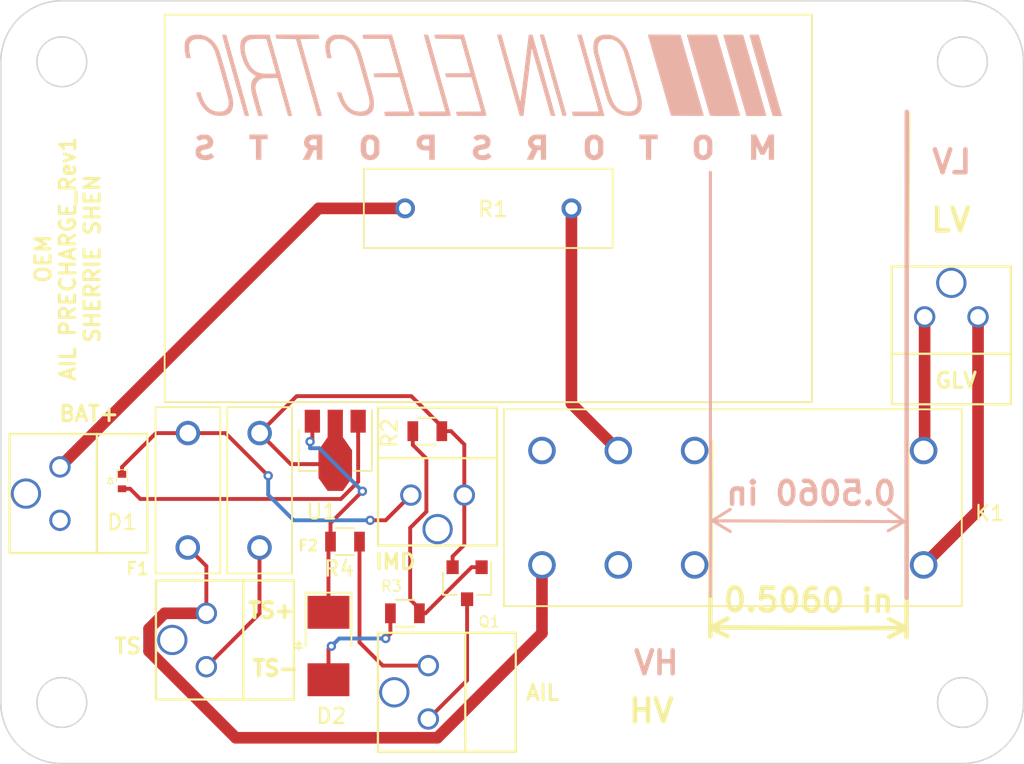
<source format=kicad_pcb>
(kicad_pcb (version 4) (host pcbnew 4.0.7-e2-6376~58~ubuntu16.04.1)

  (general
    (links 24)
    (no_connects 2)
    (area 111.3406 66.858679 180.011041 117.134401)
    (thickness 1.6)
    (drawings 34)
    (tracks 91)
    (zones 0)
    (modules 17)
    (nets 17)
  )

  (page A4)
  (layers
    (0 F.Cu signal)
    (31 B.Cu signal)
    (32 B.Adhes user)
    (33 F.Adhes user)
    (34 B.Paste user)
    (35 F.Paste user)
    (36 B.SilkS user)
    (37 F.SilkS user)
    (38 B.Mask user)
    (39 F.Mask user)
    (40 Dwgs.User user)
    (41 Cmts.User user)
    (42 Eco1.User user)
    (43 Eco2.User user)
    (44 Edge.Cuts user)
    (45 Margin user)
    (46 B.CrtYd user)
    (47 F.CrtYd user)
    (48 B.Fab user)
    (49 F.Fab user)
  )

  (setup
    (last_trace_width 0.254)
    (user_trace_width 0.254)
    (user_trace_width 0.508)
    (user_trace_width 0.762)
    (trace_clearance 0.1524)
    (zone_clearance 0.508)
    (zone_45_only no)
    (trace_min 0.254)
    (segment_width 0.2921)
    (edge_width 0.2921)
    (via_size 0.6096)
    (via_drill 0.3048)
    (via_min_size 0.6096)
    (via_min_drill 0.3048)
    (uvia_size 0.3)
    (uvia_drill 0.1)
    (uvias_allowed no)
    (uvia_min_size 0)
    (uvia_min_drill 0)
    (pcb_text_width 0.3)
    (pcb_text_size 1.5 1.5)
    (mod_edge_width 0.15)
    (mod_text_size 1 1)
    (mod_text_width 0.15)
    (pad_size 1.5 1.5)
    (pad_drill 0.6)
    (pad_to_mask_clearance 0)
    (aux_axis_origin 0 0)
    (visible_elements FFFFF77F)
    (pcbplotparams
      (layerselection 0x010f0_80000001)
      (usegerberextensions false)
      (excludeedgelayer true)
      (linewidth 0.100000)
      (plotframeref false)
      (viasonmask false)
      (mode 1)
      (useauxorigin false)
      (hpglpennumber 1)
      (hpglpenspeed 20)
      (hpglpendiameter 15)
      (hpglpenoverlay 2)
      (psnegative false)
      (psa4output false)
      (plotreference true)
      (plotvalue true)
      (plotinvisibletext false)
      (padsonsilk true)
      (subtractmaskfromsilk false)
      (outputformat 1)
      (mirror false)
      (drillshape 0)
      (scaleselection 1)
      (outputdirectory Gerber_files_updated/))
  )

  (net 0 "")
  (net 1 "Net-(D1-Pad1)")
  (net 2 "Net-(D1-Pad2)")
  (net 3 "Net-(D2-Pad2)")
  (net 4 "Net-(D2-Pad1)")
  (net 5 "Net-(F1-Pad2)")
  (net 6 "Net-(F2-Pad1)")
  (net 7 "Net-(F2-Pad2)")
  (net 8 "Net-(J1-Pad2)")
  (net 9 "Net-(J1-Pad1)")
  (net 10 "Net-(J2-Pad2)")
  (net 11 "Net-(J2-Pad1)")
  (net 12 "Net-(J5-Pad2)")
  (net 13 "Net-(J5-Pad1)")
  (net 14 "Net-(K1-Pad6)")
  (net 15 "Net-(K1-Pad2)")
  (net 16 "Net-(Q1-Pad1)")

  (net_class Default "This is the default net class."
    (clearance 0.1524)
    (trace_width 0.254)
    (via_dia 0.6096)
    (via_drill 0.3048)
    (uvia_dia 0.3)
    (uvia_drill 0.1)
    (add_net "Net-(D1-Pad1)")
    (add_net "Net-(D1-Pad2)")
    (add_net "Net-(D2-Pad1)")
    (add_net "Net-(D2-Pad2)")
    (add_net "Net-(F1-Pad2)")
    (add_net "Net-(F2-Pad1)")
    (add_net "Net-(F2-Pad2)")
    (add_net "Net-(J1-Pad1)")
    (add_net "Net-(J1-Pad2)")
    (add_net "Net-(J2-Pad1)")
    (add_net "Net-(J2-Pad2)")
    (add_net "Net-(J5-Pad1)")
    (add_net "Net-(J5-Pad2)")
    (add_net "Net-(K1-Pad2)")
    (add_net "Net-(K1-Pad6)")
    (add_net "Net-(Q1-Pad1)")
  )

  (module footprints:Ultrafit_2 (layer F.Cu) (tedit 59F9351C) (tstamp 59F7E8E2)
    (at 140.97 113.99 180)
    (path /59F7E7E5)
    (fp_text reference J5 (at -4.0894 -1.1228 270) (layer F.SilkS) hide
      (effects (font (size 1 1) (thickness 0.15)))
    )
    (fp_text value Ultrafit_2 (at 4.572 0.508 270) (layer F.Fab) hide
      (effects (font (size 1 1) (thickness 0.15)))
    )
    (fp_line (start -5.588 -2.032) (end -2.54 -2.032) (layer F.Fab) (width 0.15))
    (fp_line (start -2.54 -2.032) (end -2.54 5.588) (layer F.Fab) (width 0.15))
    (fp_line (start -2.54 5.588) (end -5.588 5.588) (layer F.Fab) (width 0.15))
    (fp_line (start -5.588 5.588) (end -5.588 -2.032) (layer F.Fab) (width 0.15))
    (fp_text user "6.55mm Clearance" (at -4.07 1.75 270) (layer F.Fab) hide
      (effects (font (size 0.5 0.5) (thickness 0.08)))
    )
    (fp_line (start -2.42 -2.15) (end -5.73 -2.15) (layer F.SilkS) (width 0.15))
    (fp_line (start -5.73 -2.15) (end -5.73 5.65) (layer F.SilkS) (width 0.15))
    (fp_line (start -5.73 5.65) (end -2.42 5.65) (layer F.SilkS) (width 0.15))
    (fp_line (start -2.42 5.65) (end 3.302 5.65) (layer F.SilkS) (width 0.15))
    (fp_line (start -2.42 -2.15) (end 3.302 -2.15) (layer F.SilkS) (width 0.15))
    (fp_line (start -2.42 5.65) (end -2.42 -2.15) (layer F.SilkS) (width 0.15))
    (fp_line (start 3.302 5.65) (end 3.302 -2.15) (layer F.SilkS) (width 0.15))
    (pad 2 thru_hole circle (at 0 0 180) (size 1.397 1.397) (drill 1.02) (layers *.Cu *.Mask)
      (net 12 "Net-(J5-Pad2)"))
    (pad 1 thru_hole circle (at 0 3.5 180) (size 1.397 1.397) (drill 1.02) (layers *.Cu *.Mask)
      (net 13 "Net-(J5-Pad1)"))
    (pad "" thru_hole circle (at 2.23 1.75 180) (size 1.981 1.981) (drill 1.6) (layers *.Cu *.Mask))
    (model /home/sherrieshen/Documents/Formula/OEM_Preferred_Parts/3DModels/Ultrafit-2/Ultrafit-2.wrl
      (at (xyz 0 0 0))
      (scale (xyz 1 1 1))
      (rotate (xyz 0 0 0))
    )
  )

  (module footprints:Fuse_TE7_Littelfuse-807Series (layer F.Cu) (tedit 59F9365D) (tstamp 59F7E871)
    (at 125.222 95.25 270)
    (descr "Fuse, TE5, Littlefuse/Wickmann, No. 460, No560,")
    (tags "Fuse TE5 Littlefuse/Wickmann No. 460 No560 ")
    (path /59F17B42)
    (fp_text reference F1 (at 8.89 3.302 360) (layer F.SilkS)
      (effects (font (size 0.8 0.8) (thickness 0.15)))
    )
    (fp_text value F_3.15A_450V (at 3.81 1.524 270) (layer F.Fab) hide
      (effects (font (size 1 1) (thickness 0.15)))
    )
    (fp_line (start -1.5 2) (end 9 2) (layer F.Fab) (width 0.1))
    (fp_line (start 9 2) (end 9 -2) (layer F.Fab) (width 0.1))
    (fp_line (start 9 -2) (end -1.5 -2) (layer F.Fab) (width 0.1))
    (fp_line (start -1.5 -2) (end -1.5 2) (layer F.Fab) (width 0.1))
    (fp_line (start -1.8 -2.25) (end 9.3 -2.25) (layer F.CrtYd) (width 0.05))
    (fp_line (start -1.8 -2.25) (end -1.8 2.25) (layer F.CrtYd) (width 0.05))
    (fp_line (start 9.3 2.25) (end 9.3 -2.25) (layer F.CrtYd) (width 0.05))
    (fp_line (start 9.3 2.25) (end -1.8 2.25) (layer F.CrtYd) (width 0.05))
    (fp_line (start -1.7 -2.12) (end 9.2 -2.12) (layer F.SilkS) (width 0.12))
    (fp_line (start -1.7 -2.12) (end -1.7 2.12) (layer F.SilkS) (width 0.12))
    (fp_line (start 9.2 2.12) (end 9.2 -2.12) (layer F.SilkS) (width 0.12))
    (fp_line (start 9.2 2.12) (end -1.7 2.12) (layer F.SilkS) (width 0.12))
    (pad 1 thru_hole circle (at 0 0 270) (size 1.6 1.6) (drill 1.1) (layers *.Cu *.Mask)
      (net 1 "Net-(D1-Pad1)"))
    (pad 2 thru_hole circle (at 7.5 0.01 270) (size 1.6 1.6) (drill 1.1) (layers *.Cu *.Mask)
      (net 5 "Net-(F1-Pad2)"))
    (model "/home/sherrieshen/Documents/Formula/OEM_Preferred_Parts/3DModels/Fuse_807/Part 1.wrl"
      (at (xyz 0 0 0))
      (scale (xyz 1 1 1))
      (rotate (xyz 0 0 0))
    )
  )

  (module footprints:SOT-23F (layer F.Cu) (tedit 5A050A67) (tstamp 59F7E91C)
    (at 143.51 105.09 270)
    (descr "SOT-23, Standard")
    (tags SOT-23)
    (path /59F7E18F)
    (attr smd)
    (fp_text reference Q1 (at 2.5298 -1.4478 360) (layer F.SilkS)
      (effects (font (size 0.7 0.7) (thickness 0.1)))
    )
    (fp_text value SSM3K333R (at 0 2.5 270) (layer F.Fab) hide
      (effects (font (size 1 1) (thickness 0.15)))
    )
    (fp_line (start -0.7 -0.95) (end -0.7 1.5) (layer F.Fab) (width 0.1))
    (fp_line (start -0.15 -1.52) (end 0.7 -1.52) (layer F.Fab) (width 0.1))
    (fp_line (start -0.7 -0.95) (end -0.15 -1.52) (layer F.Fab) (width 0.1))
    (fp_line (start 0.7 -1.52) (end 0.7 1.52) (layer F.Fab) (width 0.1))
    (fp_line (start -0.7 1.52) (end 0.7 1.52) (layer F.Fab) (width 0.1))
    (fp_line (start 0.76 1.58) (end 0.76 0.65) (layer F.SilkS) (width 0.12))
    (fp_line (start 0.76 -1.58) (end 0.76 -0.65) (layer F.SilkS) (width 0.12))
    (fp_line (start -1.7 -1.75) (end 1.7 -1.75) (layer F.CrtYd) (width 0.05))
    (fp_line (start 1.7 -1.75) (end 1.7 1.75) (layer F.CrtYd) (width 0.05))
    (fp_line (start 1.7 1.75) (end -1.7 1.75) (layer F.CrtYd) (width 0.05))
    (fp_line (start -1.7 1.75) (end -1.7 -1.75) (layer F.CrtYd) (width 0.05))
    (fp_line (start 0.76 -1.58) (end -1.4 -1.58) (layer F.SilkS) (width 0.12))
    (fp_line (start 0.76 1.58) (end -0.7 1.58) (layer F.SilkS) (width 0.12))
    (pad 1 smd rect (at -1.05 -0.95 270) (size 0.9 0.8) (layers F.Cu F.Paste F.Mask)
      (net 16 "Net-(Q1-Pad1)"))
    (pad 2 smd rect (at -1.05 0.95 270) (size 0.9 0.8) (layers F.Cu F.Paste F.Mask)
      (net 6 "Net-(F2-Pad1)"))
    (pad 3 smd rect (at 1.05 0 270) (size 0.9 0.8) (layers F.Cu F.Paste F.Mask)
      (net 12 "Net-(J5-Pad2)"))
    (model /home/sherrieshen/Documents/Formula/OEM_Preferred_Parts/3DModels/SOT-23_OEM/SOT-23.wrl
      (at (xyz 0 0 0))
      (scale (xyz 1 1 1))
      (rotate (xyz 0 0 0))
    )
  )

  (module footprints:SOT-89-3 (layer F.Cu) (tedit 59F80503) (tstamp 59F7E974)
    (at 134.874 95.9485 270)
    (descr SOT-89-3)
    (tags SOT-89-3)
    (path /59F7D958)
    (attr smd)
    (fp_text reference U1 (at 4.445 0.889 360) (layer F.SilkS)
      (effects (font (size 1 1) (thickness 0.15)))
    )
    (fp_text value NCP785AH150T1G (at -5.0165 7.62 360) (layer F.Fab) hide
      (effects (font (size 1 1) (thickness 0.15)))
    )
    (fp_text user %R (at 0.38 0 360) (layer F.Fab)
      (effects (font (size 0.6 0.6) (thickness 0.09)))
    )
    (fp_line (start 1.78 1.2) (end 1.78 2.4) (layer F.SilkS) (width 0.12))
    (fp_line (start 1.78 2.4) (end -0.92 2.4) (layer F.SilkS) (width 0.12))
    (fp_line (start -2.22 -2.4) (end 1.78 -2.4) (layer F.SilkS) (width 0.12))
    (fp_line (start 1.78 -2.4) (end 1.78 -1.2) (layer F.SilkS) (width 0.12))
    (fp_line (start -0.92 -1.51) (end -0.13 -2.3) (layer F.Fab) (width 0.1))
    (fp_line (start 1.68 -2.3) (end 1.68 2.3) (layer F.Fab) (width 0.1))
    (fp_line (start 1.68 2.3) (end -0.92 2.3) (layer F.Fab) (width 0.1))
    (fp_line (start -0.92 2.3) (end -0.92 -1.51) (layer F.Fab) (width 0.1))
    (fp_line (start -0.13 -2.3) (end 1.68 -2.3) (layer F.Fab) (width 0.1))
    (fp_line (start 3.23 -2.55) (end 3.23 2.55) (layer F.CrtYd) (width 0.05))
    (fp_line (start 3.23 -2.55) (end -2.48 -2.55) (layer F.CrtYd) (width 0.05))
    (fp_line (start -2.48 2.55) (end 3.23 2.55) (layer F.CrtYd) (width 0.05))
    (fp_line (start -2.48 2.55) (end -2.48 -2.55) (layer F.CrtYd) (width 0.05))
    (pad 2 smd trapezoid (at 2.667 0 180) (size 1.6 0.85) (rect_delta 0 0.6 ) (layers F.Cu F.Paste F.Mask)
      (net 6 "Net-(F2-Pad1)"))
    (pad 1 smd rect (at -1.48 -1.5 180) (size 1 1.5) (layers F.Cu F.Paste F.Mask)
      (net 2 "Net-(D1-Pad2)"))
    (pad 2 smd rect (at -1.3335 0 180) (size 1 1.8) (layers F.Cu F.Paste F.Mask)
      (net 6 "Net-(F2-Pad1)"))
    (pad 3 smd rect (at -1.48 1.5 180) (size 1 1.5) (layers F.Cu F.Paste F.Mask)
      (net 4 "Net-(D2-Pad1)"))
    (pad 2 smd rect (at 1.3335 0 180) (size 2.2 1.84) (layers F.Cu F.Paste F.Mask)
      (net 6 "Net-(F2-Pad1)"))
    (pad 2 smd trapezoid (at -0.0762 0) (size 1.5 1) (rect_delta 0 0.7 ) (layers F.Cu F.Paste F.Mask)
      (net 6 "Net-(F2-Pad1)"))
    (model /home/sherrieshen/Documents/Formula/OEM_Preferred_Parts/3DModels/SOT_89_OEM/SOT-89.wrl
      (at (xyz 0 0 0))
      (scale (xyz 1 1 1))
      (rotate (xyz 0 0 0))
    )
  )

  (module footprints:Ultrafit_2 (layer F.Cu) (tedit 59F8E752) (tstamp 59F7E8CF)
    (at 126.4285 110.561 180)
    (path /59F7E5A0)
    (fp_text reference J4 (at -3.612 2.004 270) (layer F.SilkS) hide
      (effects (font (size 1 1) (thickness 0.15)))
    )
    (fp_text value Ultrafit_2 (at 4.572 0.508 270) (layer F.Fab) hide
      (effects (font (size 1 1) (thickness 0.15)))
    )
    (fp_line (start -5.588 -2.032) (end -2.54 -2.032) (layer F.Fab) (width 0.15))
    (fp_line (start -2.54 -2.032) (end -2.54 5.588) (layer F.Fab) (width 0.15))
    (fp_line (start -2.54 5.588) (end -5.588 5.588) (layer F.Fab) (width 0.15))
    (fp_line (start -5.588 5.588) (end -5.588 -2.032) (layer F.Fab) (width 0.15))
    (fp_text user "6.55mm Clearance" (at -4.07 1.75 270) (layer F.Fab) hide
      (effects (font (size 0.5 0.5) (thickness 0.08)))
    )
    (fp_line (start -2.42 -2.15) (end -5.73 -2.15) (layer F.SilkS) (width 0.15))
    (fp_line (start -5.73 -2.15) (end -5.73 5.65) (layer F.SilkS) (width 0.15))
    (fp_line (start -5.73 5.65) (end -2.42 5.65) (layer F.SilkS) (width 0.15))
    (fp_line (start -2.42 5.65) (end 3.302 5.65) (layer F.SilkS) (width 0.15))
    (fp_line (start -2.42 -2.15) (end 3.302 -2.15) (layer F.SilkS) (width 0.15))
    (fp_line (start -2.42 5.65) (end -2.42 -2.15) (layer F.SilkS) (width 0.15))
    (fp_line (start 3.302 5.65) (end 3.302 -2.15) (layer F.SilkS) (width 0.15))
    (pad 2 thru_hole circle (at 0 0 180) (size 1.397 1.397) (drill 1.02) (layers *.Cu *.Mask)
      (net 7 "Net-(F2-Pad2)"))
    (pad 1 thru_hole circle (at 0 3.5 180) (size 1.397 1.397) (drill 1.02) (layers *.Cu *.Mask)
      (net 5 "Net-(F1-Pad2)"))
    (pad "" thru_hole circle (at 2.23 1.75 180) (size 1.981 1.981) (drill 1.6) (layers *.Cu *.Mask))
    (model /home/sherrieshen/Documents/Formula/OEM_Preferred_Parts/3DModels/Ultrafit-2/Ultrafit-2.wrl
      (at (xyz 0 0 0))
      (scale (xyz 1 1 1))
      (rotate (xyz 0 0 0))
    )
  )

  (module footprints:Relay_SPDT_OMRON-G2RL-1-E (layer F.Cu) (tedit 59F2939B) (tstamp 59F7E908)
    (at 173.416 96.393 180)
    (descr "Relay SPDT Omron Serie G6E")
    (tags "Relay SPDT Omron Serie G6E 1x um")
    (path /59F7BCE6)
    (fp_text reference K1 (at -4.334 -4.107 180) (layer F.SilkS)
      (effects (font (size 1 1) (thickness 0.15)))
    )
    (fp_text value G2RL-1-E (at 11.43 3.81 180) (layer F.Fab) hide
      (effects (font (size 1 1) (thickness 0.15)))
    )
    (fp_line (start 23 -11.43) (end 25 -11.43) (layer F.Fab) (width 0.15))
    (fp_line (start 25 -8.89) (end 25 -11.43) (layer F.Fab) (width 0.15))
    (fp_line (start 15 -11.43) (end 18.8 -11.43) (layer F.Fab) (width 0.15))
    (fp_line (start 15 -8.89) (end 15 -11.43) (layer F.Fab) (width 0.15))
    (fp_line (start 20 -8.8) (end 19 -12) (layer F.Fab) (width 0.15))
    (fp_line (start 0 -3.25) (end 0 -1.15) (layer F.Fab) (width 0.15))
    (fp_line (start 0 -6.35) (end 0 -4.25) (layer F.Fab) (width 0.15))
    (fp_line (start 1 -4.25) (end 1 -3.25) (layer F.Fab) (width 0.15))
    (fp_line (start -1 -3.25) (end 1 -3.25) (layer F.Fab) (width 0.15))
    (fp_line (start -1 -4.25) (end -1 -3.25) (layer F.Fab) (width 0.15))
    (fp_line (start -1 -4.25) (end 1 -4.25) (layer F.Fab) (width 0.15))
    (fp_line (start 15 -6.35) (end 15 -1.15) (layer F.Fab) (width 0.15))
    (fp_line (start 20 -6.35) (end 20 -1.15) (layer F.Fab) (width 0.15))
    (fp_line (start 25 -6.35) (end 25 -1.15) (layer F.Fab) (width 0.15))
    (fp_line (start -2.5 -10.2) (end 27.5 -10.2) (layer F.SilkS) (width 0.12))
    (fp_line (start 27.5 -10.2) (end 27.5 2.7) (layer F.SilkS) (width 0.12))
    (fp_line (start -2.5 2.7) (end 27.5 2.7) (layer F.SilkS) (width 0.12))
    (fp_line (start -2.5 -10.2) (end -2.5 2.7) (layer F.SilkS) (width 0.12))
    (fp_line (start -2.3 2.5) (end 27.3 2.5) (layer F.Fab) (width 0.12))
    (fp_line (start 27.3 2.5) (end 27.3 -10) (layer F.Fab) (width 0.12))
    (fp_line (start -2.3 -10) (end 27.3 -10) (layer F.Fab) (width 0.12))
    (fp_line (start -2.3 -10) (end -2.3 2.5) (layer F.Fab) (width 0.12))
    (fp_line (start -2.7 -10.4) (end 27.7 -10.4) (layer F.CrtYd) (width 0.05))
    (fp_line (start -2.7 -10.4) (end -2.7 2.9) (layer F.CrtYd) (width 0.05))
    (fp_line (start 27.7 -10.4) (end 27.7 2.9) (layer F.CrtYd) (width 0.05))
    (fp_line (start -2.7 2.9) (end 27.7 2.9) (layer F.CrtYd) (width 0.05))
    (pad 3 thru_hole circle (at 20 -7.5 180) (size 1.8 1.8) (drill 1.3) (layers *.Cu *.Mask))
    (pad 6 thru_hole circle (at 20 0 180) (size 1.8 1.8) (drill 1.3) (layers *.Cu *.Mask)
      (net 14 "Net-(K1-Pad6)"))
    (pad 7 thru_hole circle (at 15 0 180) (size 1.8 1.8) (drill 1.3) (layers *.Cu *.Mask))
    (pad 8 thru_hole circle (at 0 0 180) (size 1.8 1.8) (drill 1.3) (layers *.Cu *.Mask)
      (net 10 "Net-(J2-Pad2)"))
    (pad 1 thru_hole circle (at 0 -7.5 180) (size 1.8 1.8) (drill 1.3) (layers *.Cu *.Mask)
      (net 11 "Net-(J2-Pad1)"))
    (pad 2 thru_hole circle (at 15 -7.5 180) (size 1.8 1.8) (drill 1.3) (layers *.Cu *.Mask)
      (net 15 "Net-(K1-Pad2)"))
    (pad 5 thru_hole circle (at 25 0 180) (size 1.8 1.8) (drill 1.3) (layers *.Cu *.Mask))
    (pad 4 thru_hole circle (at 25 -7.5 180) (size 1.8 1.8) (drill 1.3) (layers *.Cu *.Mask)
      (net 5 "Net-(F1-Pad2)"))
    (model "/home/sherrieshen/Documents/Formula/OEM_Preferred_Parts/3DModels/relay_G2RL-1-E/Part 2.wrl"
      (at (xyz 0 0 0))
      (scale (xyz 1 1 1))
      (rotate (xyz 0 0 0))
    )
  )

  (module footprints:D_SOD-923 (layer F.Cu) (tedit 59F249FD) (tstamp 59F7E848)
    (at 120.904 98.425 270)
    (descr SOD-110)
    (tags SOD-110)
    (path /59E581B5)
    (attr smd)
    (fp_text reference D1 (at 2.667 0 540) (layer F.SilkS)
      (effects (font (size 1 1) (thickness 0.15)))
    )
    (fp_text value D_Zener_20V (at 0.254 1.778 270) (layer F.Fab) hide
      (effects (font (size 1 1) (thickness 0.15)))
    )
    (fp_line (start -0.78 -0.355) (end -0.78 0.355) (layer F.SilkS) (width 0.06))
    (fp_line (start 0.1 0.762) (end 0.25 0.762) (layer F.SilkS) (width 0.06))
    (fp_line (start 0.1 0.562) (end -0.2 0.762) (layer F.SilkS) (width 0.06))
    (fp_line (start 0.1 0.962) (end 0.1 0.562) (layer F.SilkS) (width 0.06))
    (fp_line (start -0.2 0.762) (end 0.1 0.962) (layer F.SilkS) (width 0.06))
    (fp_line (start -0.2 0.762) (end -0.35 0.762) (layer F.SilkS) (width 0.06))
    (fp_line (start -0.2 0.962) (end -0.2 0.562) (layer F.SilkS) (width 0.06))
    (fp_line (start -0.475 -0.3) (end 0.475 -0.3) (layer F.Fab) (width 0.06))
    (fp_line (start 0.475 0.3) (end 0.475 -0.3) (layer F.Fab) (width 0.06))
    (fp_line (start 0.475 0.3) (end -0.475 0.3) (layer F.Fab) (width 0.06))
    (fp_line (start -0.475 0.3) (end -0.475 -0.3) (layer F.Fab) (width 0.06))
    (fp_line (start -0.87 -0.445) (end 0.87 -0.445) (layer F.CrtYd) (width 0.05))
    (fp_line (start 0.87 -0.445) (end 0.87 0.445) (layer F.CrtYd) (width 0.05))
    (fp_line (start 0.87 0.445) (end -0.87 0.445) (layer F.CrtYd) (width 0.05))
    (fp_line (start -0.87 -0.445) (end -0.87 0.445) (layer F.CrtYd) (width 0.05))
    (fp_line (start -0.78 0.355) (end 0 0.355) (layer F.SilkS) (width 0.06))
    (fp_line (start -0.78 -0.355) (end 0 -0.355) (layer F.SilkS) (width 0.06))
    (pad 1 smd rect (at -0.475 0 270) (size 0.45 0.55) (layers F.Cu F.Paste F.Mask)
      (net 1 "Net-(D1-Pad1)"))
    (pad 2 smd rect (at 0.475 0 270) (size 0.45 0.55) (layers F.Cu F.Paste F.Mask)
      (net 2 "Net-(D1-Pad2)"))
    (model /home/sherrieshen/Documents/Formula/OEM_Preferred_Parts/3DModels/SOD_923_OEM/SOD-923.wrl
      (at (xyz 0 0 0))
      (scale (xyz 1 1 1))
      (rotate (xyz 0 0 0))
    )
  )

  (module footprints:D_13V_Zener (layer F.Cu) (tedit 59F247BB) (tstamp 59F7E85F)
    (at 134.4295 109.2075 270)
    (descr "http://www.diodes.com/datasheets/ap02001.pdf p.144")
    (tags "Diode SOD523")
    (path /59E58220)
    (attr smd)
    (fp_text reference D2 (at 4.5845 -0.1905 540) (layer F.SilkS)
      (effects (font (size 1 1) (thickness 0.15)))
    )
    (fp_text value D_Zener_13V (at 0 3.81 270) (layer F.Fab) hide
      (effects (font (size 1 1) (thickness 0.15)))
    )
    (fp_line (start -3.5 -1.5) (end -3.5 1.5) (layer F.SilkS) (width 0.12))
    (fp_line (start 3.7 -1.7) (end 3.7 1.7) (layer F.CrtYd) (width 0.05))
    (fp_line (start -3.7 -1.7) (end 3.7 -1.7) (layer F.CrtYd) (width 0.05))
    (fp_line (start -3.7 1.7) (end -3.7 -1.7) (layer F.CrtYd) (width 0.05))
    (fp_line (start -3.7 1.7) (end 3.7 1.7) (layer F.CrtYd) (width 0.05))
    (fp_line (start 0.13 1.95) (end 0.28 1.95) (layer F.SilkS) (width 0.1))
    (fp_line (start 0.13 1.75) (end -0.17 1.95) (layer F.SilkS) (width 0.1))
    (fp_line (start 0.13 2.15) (end 0.13 1.75) (layer F.SilkS) (width 0.1))
    (fp_line (start -0.17 1.95) (end 0.13 2.15) (layer F.SilkS) (width 0.1))
    (fp_line (start -0.17 1.95) (end -0.32 1.95) (layer F.SilkS) (width 0.1))
    (fp_line (start -0.17 2.15) (end -0.17 1.75) (layer F.SilkS) (width 0.1))
    (fp_line (start 2.2 -1.4) (end 2.2 1.4) (layer F.Fab) (width 0.1))
    (fp_line (start -2.2 -1.4) (end 2.2 -1.4) (layer F.Fab) (width 0.1))
    (fp_line (start -2.2 1.4) (end -2.2 -1.4) (layer F.Fab) (width 0.1))
    (fp_line (start 2.2 1.4) (end -2.2 1.4) (layer F.Fab) (width 0.1))
    (fp_line (start -3.5 1.5) (end 0 1.5) (layer F.SilkS) (width 0.12))
    (fp_line (start -3.5 -1.5) (end 0 -1.5) (layer F.SilkS) (width 0.12))
    (pad 2 smd rect (at 2.21 0 90) (size 2.159 2.743) (layers F.Cu F.Paste F.Mask)
      (net 3 "Net-(D2-Pad2)"))
    (pad 1 smd rect (at -2.21 0 90) (size 2.159 2.743) (layers F.Cu F.Paste F.Mask)
      (net 4 "Net-(D2-Pad1)"))
    (model /home/sherrieshen/Documents/Formula/OEM_Preferred_Parts/3DModels/SMB_OEM/SMB.wrl
      (at (xyz 0 0 0))
      (scale (xyz 1 1 1))
      (rotate (xyz 0 0 0))
    )
  )

  (module footprints:Fuse_TE7_Littelfuse-807Series (layer F.Cu) (tedit 5A0115E6) (tstamp 59F7E883)
    (at 129.921 95.25 270)
    (descr "Fuse, TE5, Littlefuse/Wickmann, No. 460, No560,")
    (tags "Fuse TE5 Littlefuse/Wickmann No. 460 No560 ")
    (path /59F17CE0)
    (fp_text reference F2 (at 7.366 -3.175 360) (layer F.SilkS)
      (effects (font (size 0.7 0.7) (thickness 0.15)))
    )
    (fp_text value F_3.15A_450V (at 3.944 -1.26 270) (layer F.Fab) hide
      (effects (font (size 1 1) (thickness 0.15)))
    )
    (fp_line (start -1.5 2) (end 9 2) (layer F.Fab) (width 0.1))
    (fp_line (start 9 2) (end 9 -2) (layer F.Fab) (width 0.1))
    (fp_line (start 9 -2) (end -1.5 -2) (layer F.Fab) (width 0.1))
    (fp_line (start -1.5 -2) (end -1.5 2) (layer F.Fab) (width 0.1))
    (fp_line (start -1.8 -2.25) (end 9.3 -2.25) (layer F.CrtYd) (width 0.05))
    (fp_line (start -1.8 -2.25) (end -1.8 2.25) (layer F.CrtYd) (width 0.05))
    (fp_line (start 9.3 2.25) (end 9.3 -2.25) (layer F.CrtYd) (width 0.05))
    (fp_line (start 9.3 2.25) (end -1.8 2.25) (layer F.CrtYd) (width 0.05))
    (fp_line (start -1.7 -2.12) (end 9.2 -2.12) (layer F.SilkS) (width 0.12))
    (fp_line (start -1.7 -2.12) (end -1.7 2.12) (layer F.SilkS) (width 0.12))
    (fp_line (start 9.2 2.12) (end 9.2 -2.12) (layer F.SilkS) (width 0.12))
    (fp_line (start 9.2 2.12) (end -1.7 2.12) (layer F.SilkS) (width 0.12))
    (pad 1 thru_hole circle (at 0 0 270) (size 1.6 1.6) (drill 1.1) (layers *.Cu *.Mask)
      (net 6 "Net-(F2-Pad1)"))
    (pad 2 thru_hole circle (at 7.5 0.01 270) (size 1.6 1.6) (drill 1.1) (layers *.Cu *.Mask)
      (net 7 "Net-(F2-Pad2)"))
    (model "/home/sherrieshen/Documents/Formula/OEM_Preferred_Parts/3DModels/Fuse_807/Part 1.wrl"
      (at (xyz 0 0 0))
      (scale (xyz 1 1 1))
      (rotate (xyz 0 0 0))
    )
  )

  (module footprints:Ultrafit_2 (layer F.Cu) (tedit 59F8E757) (tstamp 59F7E896)
    (at 116.84 100.965 180)
    (path /59F2943A)
    (fp_text reference J1 (at -4.12 -1.044 270) (layer F.SilkS) hide
      (effects (font (size 1 1) (thickness 0.15)))
    )
    (fp_text value Ultrafit_2 (at 4.572 0.508 270) (layer F.Fab) hide
      (effects (font (size 1 1) (thickness 0.15)))
    )
    (fp_line (start -5.588 -2.032) (end -2.54 -2.032) (layer F.Fab) (width 0.15))
    (fp_line (start -2.54 -2.032) (end -2.54 5.588) (layer F.Fab) (width 0.15))
    (fp_line (start -2.54 5.588) (end -5.588 5.588) (layer F.Fab) (width 0.15))
    (fp_line (start -5.588 5.588) (end -5.588 -2.032) (layer F.Fab) (width 0.15))
    (fp_text user "6.55mm Clearance" (at -4.07 1.75 270) (layer F.Fab) hide
      (effects (font (size 0.5 0.5) (thickness 0.08)))
    )
    (fp_line (start -2.42 -2.15) (end -5.73 -2.15) (layer F.SilkS) (width 0.15))
    (fp_line (start -5.73 -2.15) (end -5.73 5.65) (layer F.SilkS) (width 0.15))
    (fp_line (start -5.73 5.65) (end -2.42 5.65) (layer F.SilkS) (width 0.15))
    (fp_line (start -2.42 5.65) (end 3.302 5.65) (layer F.SilkS) (width 0.15))
    (fp_line (start -2.42 -2.15) (end 3.302 -2.15) (layer F.SilkS) (width 0.15))
    (fp_line (start -2.42 5.65) (end -2.42 -2.15) (layer F.SilkS) (width 0.15))
    (fp_line (start 3.302 5.65) (end 3.302 -2.15) (layer F.SilkS) (width 0.15))
    (pad 2 thru_hole circle (at 0 0 180) (size 1.397 1.397) (drill 1.02) (layers *.Cu *.Mask)
      (net 8 "Net-(J1-Pad2)"))
    (pad 1 thru_hole circle (at 0 3.5 180) (size 1.397 1.397) (drill 1.02) (layers *.Cu *.Mask)
      (net 9 "Net-(J1-Pad1)"))
    (pad "" thru_hole circle (at 2.23 1.75 180) (size 1.981 1.981) (drill 1.6) (layers *.Cu *.Mask))
    (model /home/sherrieshen/Documents/Formula/OEM_Preferred_Parts/3DModels/Ultrafit-2/Ultrafit-2.wrl
      (at (xyz 0 0 0))
      (scale (xyz 1 1 1))
      (rotate (xyz 0 0 0))
    )
  )

  (module footprints:Ultrafit_2 (layer F.Cu) (tedit 59F934F3) (tstamp 59F7E8A9)
    (at 173.482 87.63 90)
    (path /59F29554)
    (fp_text reference J2 (at 9.0678 0.5917 90) (layer F.SilkS) hide
      (effects (font (size 1 1) (thickness 0.15)))
    )
    (fp_text value Ultrafit_2 (at 4.572 0.508 180) (layer F.Fab) hide
      (effects (font (size 1 1) (thickness 0.15)))
    )
    (fp_line (start -5.588 -2.032) (end -2.54 -2.032) (layer F.Fab) (width 0.15))
    (fp_line (start -2.54 -2.032) (end -2.54 5.588) (layer F.Fab) (width 0.15))
    (fp_line (start -2.54 5.588) (end -5.588 5.588) (layer F.Fab) (width 0.15))
    (fp_line (start -5.588 5.588) (end -5.588 -2.032) (layer F.Fab) (width 0.15))
    (fp_text user "6.55mm Clearance" (at -4.07 1.75 180) (layer F.Fab) hide
      (effects (font (size 0.5 0.5) (thickness 0.08)))
    )
    (fp_line (start -2.42 -2.15) (end -5.73 -2.15) (layer F.SilkS) (width 0.15))
    (fp_line (start -5.73 -2.15) (end -5.73 5.65) (layer F.SilkS) (width 0.15))
    (fp_line (start -5.73 5.65) (end -2.42 5.65) (layer F.SilkS) (width 0.15))
    (fp_line (start -2.42 5.65) (end 3.302 5.65) (layer F.SilkS) (width 0.15))
    (fp_line (start -2.42 -2.15) (end 3.302 -2.15) (layer F.SilkS) (width 0.15))
    (fp_line (start -2.42 5.65) (end -2.42 -2.15) (layer F.SilkS) (width 0.15))
    (fp_line (start 3.302 5.65) (end 3.302 -2.15) (layer F.SilkS) (width 0.15))
    (pad 2 thru_hole circle (at 0 0 90) (size 1.397 1.397) (drill 1.02) (layers *.Cu *.Mask)
      (net 10 "Net-(J2-Pad2)"))
    (pad 1 thru_hole circle (at 0 3.5 90) (size 1.397 1.397) (drill 1.02) (layers *.Cu *.Mask)
      (net 11 "Net-(J2-Pad1)"))
    (pad "" thru_hole circle (at 2.23 1.75 90) (size 1.981 1.981) (drill 1.6) (layers *.Cu *.Mask))
    (model /home/sherrieshen/Documents/Formula/OEM_Preferred_Parts/3DModels/Ultrafit-2/Ultrafit-2.wrl
      (at (xyz 0 0 0))
      (scale (xyz 1 1 1))
      (rotate (xyz 0 0 0))
    )
  )

  (module footprints:Ultrafit_2 (layer F.Cu) (tedit 59FA73B6) (tstamp 59F7E8BC)
    (at 143.327 99.314 270)
    (path /59F7EC24)
    (fp_text reference J3 (at -13.4672 -0.7646 270) (layer F.SilkS) hide
      (effects (font (size 1 1) (thickness 0.15)))
    )
    (fp_text value Ultrafit_2 (at 4.572 0.508 360) (layer F.Fab) hide
      (effects (font (size 1 1) (thickness 0.15)))
    )
    (fp_line (start -5.588 -2.032) (end -2.54 -2.032) (layer F.Fab) (width 0.15))
    (fp_line (start -2.54 -2.032) (end -2.54 5.588) (layer F.Fab) (width 0.15))
    (fp_line (start -2.54 5.588) (end -5.588 5.588) (layer F.Fab) (width 0.15))
    (fp_line (start -5.588 5.588) (end -5.588 -2.032) (layer F.Fab) (width 0.15))
    (fp_text user "6.55mm Clearance" (at -4.07 1.75 360) (layer F.Fab) hide
      (effects (font (size 0.5 0.5) (thickness 0.08)))
    )
    (fp_line (start -2.42 -2.15) (end -5.73 -2.15) (layer F.SilkS) (width 0.15))
    (fp_line (start -5.73 -2.15) (end -5.73 5.65) (layer F.SilkS) (width 0.15))
    (fp_line (start -5.73 5.65) (end -2.42 5.65) (layer F.SilkS) (width 0.15))
    (fp_line (start -2.42 5.65) (end 3.302 5.65) (layer F.SilkS) (width 0.15))
    (fp_line (start -2.42 -2.15) (end 3.302 -2.15) (layer F.SilkS) (width 0.15))
    (fp_line (start -2.42 5.65) (end -2.42 -2.15) (layer F.SilkS) (width 0.15))
    (fp_line (start 3.302 5.65) (end 3.302 -2.15) (layer F.SilkS) (width 0.15))
    (pad 2 thru_hole circle (at 0 0 270) (size 1.397 1.397) (drill 1.02) (layers *.Cu *.Mask)
      (net 6 "Net-(F2-Pad1)"))
    (pad 1 thru_hole circle (at 0 3.5 270) (size 1.397 1.397) (drill 1.02) (layers *.Cu *.Mask)
      (net 1 "Net-(D1-Pad1)"))
    (pad "" thru_hole circle (at 2.23 1.75 270) (size 1.981 1.981) (drill 1.6) (layers *.Cu *.Mask))
    (model /home/sherrieshen/Documents/Formula/OEM_Preferred_Parts/3DModels/Ultrafit-2/Ultrafit-2.wrl
      (at (xyz 0 0 0))
      (scale (xyz 1 1 1))
      (rotate (xyz 0 0 0))
    )
  )

  (module footprints:R_0805_OEM (layer F.Cu) (tedit 59F25131) (tstamp 59F7E93C)
    (at 140.904 95.123)
    (descr "Resistor SMD 0805, reflow soldering, Vishay (see dcrcw.pdf)")
    (tags "resistor 0805")
    (path /59F2AE59)
    (attr smd)
    (fp_text reference R2 (at -2.474 0.127 90) (layer F.SilkS)
      (effects (font (size 1 1) (thickness 0.15)))
    )
    (fp_text value R_300k (at 0 1.75) (layer F.Fab) hide
      (effects (font (size 1 1) (thickness 0.15)))
    )
    (fp_line (start -1 0.62) (end -1 -0.62) (layer F.Fab) (width 0.1))
    (fp_line (start 1 0.62) (end -1 0.62) (layer F.Fab) (width 0.1))
    (fp_line (start 1 -0.62) (end 1 0.62) (layer F.Fab) (width 0.1))
    (fp_line (start -1 -0.62) (end 1 -0.62) (layer F.Fab) (width 0.1))
    (fp_line (start 0.6 0.88) (end -0.6 0.88) (layer F.SilkS) (width 0.12))
    (fp_line (start -0.6 -0.88) (end 0.6 -0.88) (layer F.SilkS) (width 0.12))
    (fp_line (start -1.55 -0.9) (end 1.55 -0.9) (layer F.CrtYd) (width 0.05))
    (fp_line (start -1.55 -0.9) (end -1.55 0.9) (layer F.CrtYd) (width 0.05))
    (fp_line (start 1.55 0.9) (end 1.55 -0.9) (layer F.CrtYd) (width 0.05))
    (fp_line (start 1.55 0.9) (end -1.55 0.9) (layer F.CrtYd) (width 0.05))
    (pad 1 smd rect (at -0.95 0) (size 0.7 1.3) (layers F.Cu F.Paste F.Mask)
      (net 16 "Net-(Q1-Pad1)"))
    (pad 2 smd rect (at 0.95 0) (size 0.7 1.3) (layers F.Cu F.Paste F.Mask)
      (net 6 "Net-(F2-Pad1)"))
    (model /home/sherrieshen/Documents/Formula/OEM_Preferred_Parts/3DModels/R_0805_OEM/res0805.wrl
      (at (xyz 0 0 0))
      (scale (xyz 1 1 1))
      (rotate (xyz 0 0 0))
    )
  )

  (module footprints:R_0805_OEM (layer F.Cu) (tedit 5A050A8D) (tstamp 59F7E94C)
    (at 139.4358 107.061)
    (descr "Resistor SMD 0805, reflow soldering, Vishay (see dcrcw.pdf)")
    (tags "resistor 0805")
    (path /59F2ACA9)
    (attr smd)
    (fp_text reference R3 (at -0.8788 -1.778) (layer F.SilkS)
      (effects (font (size 0.7 0.7) (thickness 0.1)))
    )
    (fp_text value R_3k (at 0 1.75) (layer F.Fab) hide
      (effects (font (size 1 1) (thickness 0.15)))
    )
    (fp_line (start -1 0.62) (end -1 -0.62) (layer F.Fab) (width 0.1))
    (fp_line (start 1 0.62) (end -1 0.62) (layer F.Fab) (width 0.1))
    (fp_line (start 1 -0.62) (end 1 0.62) (layer F.Fab) (width 0.1))
    (fp_line (start -1 -0.62) (end 1 -0.62) (layer F.Fab) (width 0.1))
    (fp_line (start 0.6 0.88) (end -0.6 0.88) (layer F.SilkS) (width 0.12))
    (fp_line (start -0.6 -0.88) (end 0.6 -0.88) (layer F.SilkS) (width 0.12))
    (fp_line (start -1.55 -0.9) (end 1.55 -0.9) (layer F.CrtYd) (width 0.05))
    (fp_line (start -1.55 -0.9) (end -1.55 0.9) (layer F.CrtYd) (width 0.05))
    (fp_line (start 1.55 0.9) (end 1.55 -0.9) (layer F.CrtYd) (width 0.05))
    (fp_line (start 1.55 0.9) (end -1.55 0.9) (layer F.CrtYd) (width 0.05))
    (pad 1 smd rect (at -0.95 0) (size 0.7 1.3) (layers F.Cu F.Paste F.Mask)
      (net 3 "Net-(D2-Pad2)"))
    (pad 2 smd rect (at 0.95 0) (size 0.7 1.3) (layers F.Cu F.Paste F.Mask)
      (net 16 "Net-(Q1-Pad1)"))
    (model /home/sherrieshen/Documents/Formula/OEM_Preferred_Parts/3DModels/R_0805_OEM/res0805.wrl
      (at (xyz 0 0 0))
      (scale (xyz 1 1 1))
      (rotate (xyz 0 0 0))
    )
  )

  (module footprints:R_0805_OEM (layer F.Cu) (tedit 59F25131) (tstamp 59F7E95C)
    (at 135.5115 102.362 180)
    (descr "Resistor SMD 0805, reflow soldering, Vishay (see dcrcw.pdf)")
    (tags "resistor 0805")
    (path /59F2AB78)
    (attr smd)
    (fp_text reference R4 (at 0.3835 -1.778 360) (layer F.SilkS)
      (effects (font (size 1 1) (thickness 0.15)))
    )
    (fp_text value R_6.2k (at 0 1.75 180) (layer F.Fab) hide
      (effects (font (size 1 1) (thickness 0.15)))
    )
    (fp_line (start -1 0.62) (end -1 -0.62) (layer F.Fab) (width 0.1))
    (fp_line (start 1 0.62) (end -1 0.62) (layer F.Fab) (width 0.1))
    (fp_line (start 1 -0.62) (end 1 0.62) (layer F.Fab) (width 0.1))
    (fp_line (start -1 -0.62) (end 1 -0.62) (layer F.Fab) (width 0.1))
    (fp_line (start 0.6 0.88) (end -0.6 0.88) (layer F.SilkS) (width 0.12))
    (fp_line (start -0.6 -0.88) (end 0.6 -0.88) (layer F.SilkS) (width 0.12))
    (fp_line (start -1.55 -0.9) (end 1.55 -0.9) (layer F.CrtYd) (width 0.05))
    (fp_line (start -1.55 -0.9) (end -1.55 0.9) (layer F.CrtYd) (width 0.05))
    (fp_line (start 1.55 0.9) (end 1.55 -0.9) (layer F.CrtYd) (width 0.05))
    (fp_line (start 1.55 0.9) (end -1.55 0.9) (layer F.CrtYd) (width 0.05))
    (pad 1 smd rect (at -0.95 0 180) (size 0.7 1.3) (layers F.Cu F.Paste F.Mask)
      (net 13 "Net-(J5-Pad1)"))
    (pad 2 smd rect (at 0.95 0 180) (size 0.7 1.3) (layers F.Cu F.Paste F.Mask)
      (net 4 "Net-(D2-Pad1)"))
    (model /home/sherrieshen/Documents/Formula/OEM_Preferred_Parts/3DModels/R_0805_OEM/res0805.wrl
      (at (xyz 0 0 0))
      (scale (xyz 1 1 1))
      (rotate (xyz 0 0 0))
    )
  )

  (module footprints:R_1k_HS_TO247 (layer F.Cu) (tedit 59F91701) (tstamp 59F92938)
    (at 139.446 80.518)
    (descr "Resistor, Radial_Power series, Radial, pin pitch=5.00mm, 2W, length*width=11*7mm^2, http://www.vishay.com/docs/30218/cpcx.pdf")
    (tags "Resistor Radial_Power series Radial pin pitch 5.00mm 2W length 11mm width 7mm")
    (path /59F91DD2)
    (fp_text reference R1 (at 5.7565 0.0508) (layer F.SilkS)
      (effects (font (size 1 1) (thickness 0.15)))
    )
    (fp_text value R_1k_HS (at 5.08 5.08) (layer F.Fab) hide
      (effects (font (size 1 1) (thickness 0.15)))
    )
    (fp_line (start -2.55 2.4) (end -2.55 -2.4) (layer F.Fab) (width 0.1))
    (fp_line (start -2.55 2.4) (end 13.45 2.4) (layer F.Fab) (width 0.1))
    (fp_line (start 13.45 2.4) (end 13.45 -2.4) (layer F.Fab) (width 0.1))
    (fp_line (start -2.55 -2.4) (end 13.45 -2.4) (layer F.Fab) (width 0.1))
    (fp_line (start -2.7 -2.6) (end 13.6 -2.6) (layer F.SilkS) (width 0.12))
    (fp_line (start -15.75 -12.7) (end 26.65 -12.7) (layer F.SilkS) (width 0.12))
    (fp_line (start -2.7 -2.6) (end -2.7 2.6) (layer F.SilkS) (width 0.12))
    (fp_line (start 13.6 -2.6) (end 13.6 2.6) (layer F.SilkS) (width 0.12))
    (fp_line (start -2.8 -2.7) (end -2.8 2.7) (layer F.CrtYd) (width 0.05))
    (fp_line (start 13.7 2.7) (end -2.8 2.7) (layer F.CrtYd) (width 0.05))
    (fp_line (start 13.7 2.7) (end 13.7 -2.7) (layer F.CrtYd) (width 0.05))
    (fp_line (start -2.8 -2.7) (end 13.7 -2.7) (layer F.CrtYd) (width 0.05))
    (fp_line (start -15.55 12.5) (end 26.45 12.5) (layer F.Fab) (width 0.1))
    (fp_line (start -15.55 -12.5) (end 26.45 -12.5) (layer F.Fab) (width 0.1))
    (fp_line (start -15.55 12.5) (end -15.55 -12.5) (layer F.Fab) (width 0.1))
    (fp_line (start 26.45 12.5) (end 26.45 -12.5) (layer F.Fab) (width 0.1))
    (fp_line (start -2.7 2.6) (end 13.6 2.6) (layer F.SilkS) (width 0.12))
    (fp_line (start -15.75 12.7) (end 26.65 12.7) (layer F.SilkS) (width 0.12))
    (fp_line (start 26.65 12.7) (end 26.65 -12.7) (layer F.SilkS) (width 0.12))
    (fp_line (start -15.75 12.7) (end -15.75 -12.7) (layer F.SilkS) (width 0.12))
    (fp_line (start -15.85 12.8) (end 26.75 12.8) (layer F.CrtYd) (width 0.05))
    (fp_line (start -15.85 -12.8) (end 26.75 -12.8) (layer F.CrtYd) (width 0.05))
    (fp_line (start -15.85 -12.8) (end -15.85 12.8) (layer F.CrtYd) (width 0.05))
    (fp_line (start 26.75 12.8) (end 26.75 -12.8) (layer F.CrtYd) (width 0.05))
    (pad 1 thru_hole circle (at 0 0) (size 1.3 1.3) (drill 0.8) (layers *.Cu *.Mask)
      (net 9 "Net-(J1-Pad1)"))
    (pad 2 thru_hole circle (at 10.9 0) (size 1.3 1.3) (drill 0.8) (layers *.Cu *.Mask)
      (net 14 "Net-(K1-Pad6)"))
    (model /home/sherrieshen/Documents/Formula/OEM_Preferred_Parts/3DModels/R_1k_HS_TO247_OEM/R_1k_HS_TO247.wrl
      (at (xyz 0 0 0))
      (scale (xyz 1 1 1))
      (rotate (xyz 0 0 0))
    )
  )

  (module footprints:Logo_Large (layer B.Cu) (tedit 0) (tstamp 59FA8352)
    (at 144.5895 73.2409 180)
    (fp_text reference G*** (at 0 0 180) (layer B.SilkS) hide
      (effects (font (thickness 0.3)) (justify mirror))
    )
    (fp_text value LOGO (at 0.75 0 180) (layer B.SilkS) hide
      (effects (font (thickness 0.3)) (justify mirror))
    )
    (fp_poly (pts (xy -14.269056 -2.445555) (xy -14.130943 -2.477693) (xy -14.012867 -2.544457) (xy -13.923681 -2.626981)
      (xy -13.862089 -2.706125) (xy -13.817602 -2.795727) (xy -13.788451 -2.90426) (xy -13.772863 -3.040195)
      (xy -13.769069 -3.212004) (xy -13.772246 -3.351486) (xy -13.784625 -3.547255) (xy -13.808786 -3.700772)
      (xy -13.848274 -3.819915) (xy -13.906633 -3.912561) (xy -13.98741 -3.986587) (xy -14.0843 -4.044877)
      (xy -14.181424 -4.078725) (xy -14.305424 -4.100438) (xy -14.434865 -4.108093) (xy -14.548313 -4.099766)
      (xy -14.588906 -4.090143) (xy -14.731498 -4.018998) (xy -14.85126 -3.908694) (xy -14.924399 -3.795694)
      (xy -14.948516 -3.744477) (xy -14.965706 -3.698571) (xy -14.976933 -3.6485) (xy -14.983164 -3.584784)
      (xy -14.985362 -3.497948) (xy -14.984493 -3.378514) (xy -14.981818 -3.231871) (xy -14.981684 -3.225681)
      (xy -14.655022 -3.225681) (xy -14.651176 -3.353568) (xy -14.642237 -3.476673) (xy -14.629013 -3.581797)
      (xy -14.612314 -3.65574) (xy -14.603252 -3.676361) (xy -14.552297 -3.729247) (xy -14.478327 -3.777255)
      (xy -14.404838 -3.806288) (xy -14.381489 -3.809421) (xy -14.337138 -3.798811) (xy -14.275766 -3.772394)
      (xy -14.273969 -3.77147) (xy -14.215857 -3.734133) (xy -14.17412 -3.686102) (xy -14.146563 -3.619354)
      (xy -14.130989 -3.525867) (xy -14.125202 -3.397618) (xy -14.126828 -3.233896) (xy -14.1351 -2.891305)
      (xy -14.218051 -2.817252) (xy -14.315535 -2.757293) (xy -14.413551 -2.743789) (xy -14.504042 -2.773125)
      (xy -14.578951 -2.84169) (xy -14.630217 -2.945868) (xy -14.644196 -3.008354) (xy -14.652965 -3.10621)
      (xy -14.655022 -3.225681) (xy -14.981684 -3.225681) (xy -14.978405 -3.074384) (xy -14.974488 -2.958726)
      (xy -14.968752 -2.875928) (xy -14.959877 -2.817027) (xy -14.946548 -2.773056) (xy -14.927446 -2.735049)
      (xy -14.903234 -2.697026) (xy -14.804937 -2.578722) (xy -14.68889 -2.500271) (xy -14.545096 -2.456222)
      (xy -14.438917 -2.443881) (xy -14.269056 -2.445555)) (layer B.SilkS) (width 0.01))
    (fp_poly (pts (xy -7.070179 -2.455073) (xy -6.925513 -2.511184) (xy -6.800357 -2.602603) (xy -6.718693 -2.704149)
      (xy -6.688937 -2.754116) (xy -6.667857 -2.798752) (xy -6.653699 -2.848327) (xy -6.644707 -2.913111)
      (xy -6.639128 -3.003375) (xy -6.635205 -3.129388) (xy -6.633455 -3.20298) (xy -6.631752 -3.401864)
      (xy -6.638265 -3.558514) (xy -6.655021 -3.681118) (xy -6.684046 -3.777864) (xy -6.727368 -3.856939)
      (xy -6.787014 -3.92653) (xy -6.820221 -3.957376) (xy -6.966312 -4.053423) (xy -7.132728 -4.10405)
      (xy -7.315544 -4.108472) (xy -7.452131 -4.083404) (xy -7.554099 -4.036109) (xy -7.657253 -3.954996)
      (xy -7.747159 -3.854585) (xy -7.809385 -3.749398) (xy -7.823028 -3.710237) (xy -7.835992 -3.628022)
      (xy -7.84377 -3.501892) (xy -7.846075 -3.338496) (xy -7.84586 -3.321881) (xy -7.503689 -3.321881)
      (xy -7.501571 -3.451899) (xy -7.496271 -3.542178) (xy -7.486136 -3.603753) (xy -7.469515 -3.647663)
      (xy -7.45044 -3.677481) (xy -7.363712 -3.76151) (xy -7.267602 -3.798709) (xy -7.169392 -3.788463)
      (xy -7.076363 -3.730156) (xy -7.05723 -3.710724) (xy -7.019613 -3.660707) (xy -6.995397 -3.601067)
      (xy -6.979531 -3.516066) (xy -6.97172 -3.444224) (xy -6.964006 -3.278269) (xy -6.97059 -3.117084)
      (xy -6.990229 -2.976585) (xy -7.015173 -2.888052) (xy -7.067235 -2.816293) (xy -7.149773 -2.763852)
      (xy -7.24291 -2.743296) (xy -7.244089 -2.743294) (xy -7.305039 -2.756452) (xy -7.376171 -2.788451)
      (xy -7.383672 -2.792883) (xy -7.429275 -2.828395) (xy -7.462239 -2.876142) (xy -7.484353 -2.94401)
      (xy -7.497405 -3.039884) (xy -7.503185 -3.171649) (xy -7.503689 -3.321881) (xy -7.84586 -3.321881)
      (xy -7.844445 -3.212859) (xy -7.840808 -3.064704) (xy -7.836408 -2.95729) (xy -7.829561 -2.880564)
      (xy -7.818587 -2.824475) (xy -7.801801 -2.778973) (xy -7.777523 -2.734004) (xy -7.759308 -2.704145)
      (xy -7.657173 -2.583714) (xy -7.527853 -2.498591) (xy -7.380688 -2.448777) (xy -7.225017 -2.434271)
      (xy -7.070179 -2.455073)) (layer B.SilkS) (width 0.01))
    (fp_poly (pts (xy 0.302534 -2.451836) (xy 0.448327 -2.48775) (xy 0.565703 -2.543216) (xy 0.63306 -2.601024)
      (xy 0.649824 -2.629804) (xy 0.64345 -2.660198) (xy 0.608433 -2.704376) (xy 0.567068 -2.746883)
      (xy 0.464917 -2.849035) (xy 0.366185 -2.796117) (xy 0.253234 -2.754167) (xy 0.134838 -2.740743)
      (xy 0.026401 -2.75551) (xy -0.056674 -2.798129) (xy -0.064655 -2.805545) (xy -0.116503 -2.876302)
      (xy -0.122168 -2.945579) (xy -0.102306 -2.995881) (xy -0.080218 -3.027172) (xy -0.04613 -3.051065)
      (xy 0.009853 -3.071265) (xy 0.097627 -3.091475) (xy 0.207983 -3.112026) (xy 0.377602 -3.150885)
      (xy 0.503776 -3.202254) (xy 0.593339 -3.271382) (xy 0.653126 -3.363518) (xy 0.689562 -3.48192)
      (xy 0.700672 -3.646603) (xy 0.664939 -3.794467) (xy 0.58449 -3.921026) (xy 0.461453 -4.021794)
      (xy 0.42348 -4.042844) (xy 0.321801 -4.077626) (xy 0.188779 -4.099642) (xy 0.042512 -4.107799)
      (xy -0.098903 -4.101003) (xy -0.207758 -4.081002) (xy -0.294592 -4.047884) (xy -0.380469 -4.001306)
      (xy -0.452662 -3.949901) (xy -0.498439 -3.902303) (xy -0.508 -3.877362) (xy -0.491001 -3.84314)
      (xy -0.447304 -3.788979) (xy -0.408279 -3.748333) (xy -0.308557 -3.650958) (xy -0.242884 -3.702616)
      (xy -0.132092 -3.76291) (xy -0.000262 -3.794301) (xy 0.135191 -3.795476) (xy 0.256854 -3.765121)
      (xy 0.29845 -3.743421) (xy 0.34099 -3.689867) (xy 0.356403 -3.613996) (xy 0.343198 -3.537345)
      (xy 0.315685 -3.494314) (xy 0.282447 -3.462818) (xy 0.271235 -3.454365) (xy 0.210174 -3.447665)
      (xy 0.117504 -3.430666) (xy 0.009271 -3.407098) (xy -0.098479 -3.380694) (xy -0.1897 -3.355186)
      (xy -0.248346 -3.334307) (xy -0.251448 -3.332797) (xy -0.346954 -3.257755) (xy -0.413082 -3.151546)
      (xy -0.44858 -3.025309) (xy -0.452197 -2.890181) (xy -0.422679 -2.757299) (xy -0.358776 -2.637801)
      (xy -0.333094 -2.606647) (xy -0.233547 -2.522172) (xy -0.112366 -2.468676) (xy 0.039833 -2.442834)
      (xy 0.1397 -2.439205) (xy 0.302534 -2.451836)) (layer B.SilkS) (width 0.01))
    (fp_poly (pts (xy 7.614668 -2.459018) (xy 7.767524 -2.517651) (xy 7.888374 -2.6156) (xy 7.977526 -2.753051)
      (xy 7.988924 -2.778852) (xy 8.012499 -2.864229) (xy 8.030625 -2.986361) (xy 8.042589 -3.131422)
      (xy 8.047678 -3.285588) (xy 8.04518 -3.435034) (xy 8.034382 -3.565937) (xy 8.030787 -3.591094)
      (xy 7.987786 -3.760304) (xy 7.915498 -3.892459) (xy 7.809355 -3.994886) (xy 7.758368 -4.028023)
      (xy 7.633675 -4.079049) (xy 7.486375 -4.106151) (xy 7.337602 -4.107332) (xy 7.20849 -4.080594)
      (xy 7.207198 -4.080115) (xy 7.054006 -3.998286) (xy 6.935336 -3.881713) (xy 6.880168 -3.79164)
      (xy 6.856957 -3.739922) (xy 6.840689 -3.688868) (xy 6.830131 -3.628126) (xy 6.824053 -3.547346)
      (xy 6.821224 -3.436176) (xy 6.821003 -3.39583) (xy 7.165293 -3.39583) (xy 7.1731 -3.529837)
      (xy 7.192143 -3.627912) (xy 7.224419 -3.697231) (xy 7.271925 -3.744967) (xy 7.320599 -3.771732)
      (xy 7.387138 -3.798825) (xy 7.43269 -3.805961) (xy 7.482426 -3.793269) (xy 7.532829 -3.772814)
      (xy 7.596128 -3.736039) (xy 7.641585 -3.68172) (xy 7.671688 -3.602298) (xy 7.688927 -3.490216)
      (xy 7.695788 -3.337916) (xy 7.6962 -3.2766) (xy 7.691984 -3.109995) (xy 7.679602 -2.985668)
      (xy 7.660783 -2.910803) (xy 7.597341 -2.813048) (xy 7.511799 -2.756848) (xy 7.413677 -2.744417)
      (xy 7.312495 -2.777966) (xy 7.25845 -2.8173) (xy 7.1755 -2.8914) (xy 7.166727 -3.218718)
      (xy 7.165293 -3.39583) (xy 6.821003 -3.39583) (xy 6.820418 -3.2893) (xy 6.822194 -3.108495)
      (xy 6.829458 -2.969057) (xy 6.84428 -2.861665) (xy 6.868728 -2.777001) (xy 6.904872 -2.705745)
      (xy 6.95478 -2.638579) (xy 6.96842 -2.622734) (xy 7.077364 -2.526317) (xy 7.206309 -2.467091)
      (xy 7.364651 -2.441321) (xy 7.4295 -2.439515) (xy 7.614668 -2.459018)) (layer B.SilkS) (width 0.01))
    (fp_poly (pts (xy 18.497553 -2.450792) (xy 18.557872 -2.463561) (xy 18.642526 -2.497205) (xy 18.723145 -2.540408)
      (xy 18.786486 -2.584795) (xy 18.819307 -2.621994) (xy 18.821226 -2.630095) (xy 18.804433 -2.661587)
      (xy 18.761201 -2.713509) (xy 18.72511 -2.750714) (xy 18.62882 -2.844738) (xy 18.529239 -2.793969)
      (xy 18.413142 -2.75183) (xy 18.299581 -2.740154) (xy 18.198117 -2.756416) (xy 18.118312 -2.79809)
      (xy 18.069727 -2.862651) (xy 18.0594 -2.918052) (xy 18.070857 -2.980913) (xy 18.109624 -3.029105)
      (xy 18.18229 -3.066654) (xy 18.295448 -3.097584) (xy 18.379603 -3.113627) (xy 18.543829 -3.149651)
      (xy 18.665419 -3.195998) (xy 18.75223 -3.25742) (xy 18.812119 -3.338669) (xy 18.834672 -3.388864)
      (xy 18.870477 -3.544246) (xy 18.862293 -3.695973) (xy 18.813364 -3.834946) (xy 18.726934 -3.952062)
      (xy 18.606245 -4.038219) (xy 18.602636 -4.039986) (xy 18.490811 -4.0774) (xy 18.34973 -4.100923)
      (xy 18.199435 -4.108932) (xy 18.059966 -4.099804) (xy 18.001855 -4.088635) (xy 17.898739 -4.054691)
      (xy 17.79737 -4.008072) (xy 17.715408 -3.957731) (xy 17.678942 -3.924953) (xy 17.664443 -3.897482)
      (xy 17.672889 -3.865839) (xy 17.70977 -3.81892) (xy 17.754604 -3.771895) (xy 17.864424 -3.659997)
      (xy 17.931959 -3.708086) (xy 18.031767 -3.758637) (xy 18.154284 -3.792353) (xy 18.274625 -3.803557)
      (xy 18.328508 -3.798523) (xy 18.414083 -3.766901) (xy 18.487005 -3.713051) (xy 18.533104 -3.649435)
      (xy 18.542 -3.610768) (xy 18.527748 -3.544067) (xy 18.481194 -3.493088) (xy 18.396643 -3.454267)
      (xy 18.268396 -3.424039) (xy 18.234436 -3.418298) (xy 18.060414 -3.382307) (xy 17.929823 -3.334782)
      (xy 17.835762 -3.271072) (xy 17.771329 -3.186525) (xy 17.730121 -3.078372) (xy 17.71112 -2.91789)
      (xy 17.739099 -2.768027) (xy 17.811418 -2.635991) (xy 17.925434 -2.528994) (xy 17.933341 -2.523661)
      (xy 17.997442 -2.486765) (xy 18.064214 -2.463774) (xy 18.1507 -2.450353) (xy 18.248656 -2.443426)
      (xy 18.383731 -2.441769) (xy 18.497553 -2.450792)) (layer B.SilkS) (width 0.01))
    (fp_poly (pts (xy -18.481754 -2.869475) (xy -18.272532 -3.30055) (xy -17.8603 -2.4384) (xy -17.526 -2.4384)
      (xy -17.526 -4.0894) (xy -17.8562 -4.0894) (xy -17.859152 -3.1877) (xy -18.003206 -3.47345)
      (xy -18.147261 -3.7592) (xy -18.40334 -3.7592) (xy -18.547395 -3.47345) (xy -18.691449 -3.1877)
      (xy -18.692925 -3.63855) (xy -18.6944 -4.0894) (xy -19.0246 -4.0894) (xy -19.0246 -2.4384)
      (xy -18.690977 -2.4384) (xy -18.481754 -2.869475)) (layer B.SilkS) (width 0.01))
    (fp_poly (pts (xy -10.2108 -2.7432) (xy -10.6426 -2.7432) (xy -10.6426 -4.0894) (xy -10.9728 -4.0894)
      (xy -10.9728 -2.7432) (xy -11.4046 -2.7432) (xy -11.4046 -2.4384) (xy -10.2108 -2.4384)
      (xy -10.2108 -2.7432)) (layer B.SilkS) (width 0.01))
    (fp_poly (pts (xy -3.74015 -2.439005) (xy -3.602774 -2.44086) (xy -3.475334 -2.445503) (xy -3.370703 -2.452268)
      (xy -3.301753 -2.460492) (xy -3.294347 -2.462025) (xy -3.149982 -2.519459) (xy -3.035019 -2.613374)
      (xy -2.95414 -2.73587) (xy -2.912022 -2.87905) (xy -2.913347 -3.035014) (xy -2.92393 -3.087211)
      (xy -2.957591 -3.17198) (xy -3.010757 -3.255948) (xy -3.072801 -3.326252) (xy -3.133097 -3.370023)
      (xy -3.164273 -3.3782) (xy -3.172089 -3.393792) (xy -3.157815 -3.442563) (xy -3.120209 -3.527508)
      (xy -3.058032 -3.65162) (xy -3.023727 -3.717215) (xy -2.961388 -3.836374) (xy -2.908502 -3.939456)
      (xy -2.869207 -4.018236) (xy -2.847642 -4.064489) (xy -2.8448 -4.072815) (xy -2.868174 -4.08058)
      (xy -2.93021 -4.086399) (xy -3.018776 -4.089263) (xy -3.04432 -4.0894) (xy -3.243839 -4.0894)
      (xy -3.39357 -3.772185) (xy -3.5433 -3.454971) (xy -3.65125 -3.454685) (xy -3.7592 -3.4544)
      (xy -3.7592 -4.0894) (xy -4.0894 -4.0894) (xy -4.0894 -3.1496) (xy -3.7592 -3.1496)
      (xy -3.567546 -3.1496) (xy -3.465583 -3.147701) (xy -3.399601 -3.139591) (xy -3.354847 -3.121649)
      (xy -3.316569 -3.090253) (xy -3.313546 -3.087254) (xy -3.261314 -3.006405) (xy -3.259268 -2.920611)
      (xy -3.307452 -2.833074) (xy -3.310065 -2.829999) (xy -3.346434 -2.794156) (xy -3.389115 -2.771902)
      (xy -3.452417 -2.758677) (xy -3.550648 -2.74992) (xy -3.564065 -2.749042) (xy -3.7592 -2.736519)
      (xy -3.7592 -3.1496) (xy -4.0894 -3.1496) (xy -4.0894 -2.4384) (xy -3.74015 -2.439005)) (layer B.SilkS) (width 0.01))
    (fp_poly (pts (xy 3.56235 -2.438541) (xy 3.741079 -2.44057) (xy 3.878749 -2.447597) (xy 3.984992 -2.461274)
      (xy 4.069437 -2.483252) (xy 4.141716 -2.515181) (xy 4.193987 -2.54682) (xy 4.284288 -2.634927)
      (xy 4.350496 -2.755582) (xy 4.388679 -2.894705) (xy 4.394904 -3.038216) (xy 4.367184 -3.166996)
      (xy 4.293487 -3.294815) (xy 4.181615 -3.389168) (xy 4.031545 -3.450065) (xy 3.843251 -3.477521)
      (xy 3.77825 -3.479242) (xy 3.556 -3.4798) (xy 3.556 -4.0894) (xy 3.2004 -4.0894)
      (xy 3.2004 -2.7432) (xy 3.556 -2.7432) (xy 3.556 -3.175) (xy 3.730374 -3.175)
      (xy 3.837566 -3.171014) (xy 3.909827 -3.156887) (xy 3.962557 -3.129364) (xy 3.96882 -3.124601)
      (xy 4.033945 -3.046316) (xy 4.051504 -2.955399) (xy 4.02721 -2.872734) (xy 3.966367 -2.803675)
      (xy 3.867333 -2.761062) (xy 3.727102 -2.743735) (xy 3.691909 -2.7432) (xy 3.556 -2.7432)
      (xy 3.2004 -2.7432) (xy 3.2004 -2.4384) (xy 3.56235 -2.438541)) (layer B.SilkS) (width 0.01))
    (fp_poly (pts (xy 10.92835 -2.438541) (xy 11.114229 -2.44102) (xy 11.258509 -2.449403) (xy 11.370212 -2.465355)
      (xy 11.458363 -2.490542) (xy 11.531983 -2.526629) (xy 11.578814 -2.558595) (xy 11.668339 -2.655756)
      (xy 11.729389 -2.782705) (xy 11.75842 -2.92497) (xy 11.75189 -3.068078) (xy 11.725553 -3.157951)
      (xy 11.682836 -3.227702) (xy 11.618215 -3.300516) (xy 11.548702 -3.359102) (xy 11.503979 -3.383173)
      (xy 11.503698 -3.408638) (xy 11.527283 -3.473607) (xy 11.572887 -3.573776) (xy 11.638661 -3.704839)
      (xy 11.657659 -3.741202) (xy 11.840835 -4.0894) (xy 11.426512 -4.0894) (xy 11.122758 -3.4544)
      (xy 10.922 -3.4544) (xy 10.922 -4.0894) (xy 10.5664 -4.0894) (xy 10.5664 -2.7432)
      (xy 10.922 -2.7432) (xy 10.922 -3.1496) (xy 11.10615 -3.148792) (xy 11.216084 -3.143497)
      (xy 11.297874 -3.129919) (xy 11.333751 -3.114972) (xy 11.393392 -3.041574) (xy 11.412848 -2.951896)
      (xy 11.392585 -2.871526) (xy 11.331214 -2.802778) (xy 11.230566 -2.760445) (xy 11.088217 -2.743597)
      (xy 11.057909 -2.7432) (xy 10.922 -2.7432) (xy 10.5664 -2.7432) (xy 10.5664 -2.4384)
      (xy 10.92835 -2.438541)) (layer B.SilkS) (width 0.01))
    (fp_poly (pts (xy 15.3416 -2.7432) (xy 14.9098 -2.7432) (xy 14.9098 -4.0894) (xy 14.5542 -4.0894)
      (xy 14.5542 -2.7432) (xy 14.1478 -2.7432) (xy 14.1478 -2.4384) (xy 15.3416 -2.4384)
      (xy 15.3416 -2.7432)) (layer B.SilkS) (width 0.01))
    (fp_poly (pts (xy -17.59319 4.114493) (xy -17.50804 4.112501) (xy -17.457319 4.10722) (xy -17.432842 4.097044)
      (xy -17.426424 4.080368) (xy -17.42948 4.057651) (xy -17.437846 4.025909) (xy -17.459297 3.948592)
      (xy -17.492907 3.828955) (xy -17.537751 3.670252) (xy -17.592903 3.475737) (xy -17.657436 3.248666)
      (xy -17.730426 2.992292) (xy -17.810945 2.70987) (xy -17.89807 2.404654) (xy -17.990873 2.0799)
      (xy -18.088429 1.738862) (xy -18.188091 1.390803) (xy -18.9357 -1.218895) (xy -19.245636 -1.219047)
      (xy -19.555571 -1.2192) (xy -19.523003 -1.110984) (xy -19.511629 -1.072046) (xy -19.487232 -0.987649)
      (xy -19.450782 -0.861169) (xy -19.403249 -0.695982) (xy -19.345603 -0.495464) (xy -19.278812 -0.26299)
      (xy -19.203847 -0.001937) (xy -19.121678 0.28432) (xy -19.033274 0.592404) (xy -18.939605 0.918939)
      (xy -18.84164 1.26055) (xy -18.756932 1.556016) (xy -18.023429 4.1148) (xy -17.720954 4.1148)
      (xy -17.59319 4.114493)) (layer B.SilkS) (width 0.01))
    (fp_poly (pts (xy -15.880786 4.110916) (xy -15.800293 4.10852) (xy -15.748163 4.104033) (xy -15.718788 4.097122)
      (xy -15.70656 4.087453) (xy -15.70587 4.074693) (xy -15.706902 4.070783) (xy -15.715632 4.040545)
      (xy -15.737376 3.96481) (xy -15.771177 3.84692) (xy -15.816078 3.690221) (xy -15.871122 3.498055)
      (xy -15.93535 3.273766) (xy -16.007806 3.020697) (xy -16.087532 2.742192) (xy -16.173571 2.441594)
      (xy -16.264965 2.122247) (xy -16.360757 1.787494) (xy -16.421615 1.5748) (xy -16.520567 1.229004)
      (xy -16.616356 0.894336) (xy -16.707958 0.574373) (xy -16.794349 0.272689) (xy -16.874504 -0.007142)
      (xy -16.947398 -0.261544) (xy -17.012009 -0.486943) (xy -17.06731 -0.679764) (xy -17.112278 -0.836432)
      (xy -17.145889 -0.953373) (xy -17.167117 -1.027011) (xy -17.17314 -1.04775) (xy -17.223352 -1.2192)
      (xy -17.869976 -1.2192) (xy -18.077237 -1.218651) (xy -18.238321 -1.216854) (xy -18.357841 -1.213582)
      (xy -18.44041 -1.208608) (xy -18.490639 -1.201705) (xy -18.513143 -1.192645) (xy -18.515451 -1.18745)
      (xy -18.508415 -1.159225) (xy -18.488229 -1.085384) (xy -18.455804 -0.969126) (xy -18.412048 -0.813652)
      (xy -18.357872 -0.62216) (xy -18.294184 -0.39785) (xy -18.221896 -0.143922) (xy -18.141917 0.136425)
      (xy -18.055156 0.439991) (xy -17.962523 0.763577) (xy -17.864929 1.103983) (xy -17.763282 1.458009)
      (xy -17.758917 1.4732) (xy -17.003534 4.1021) (xy -16.348518 4.108883) (xy -16.14929 4.110764)
      (xy -15.995249 4.111553) (xy -15.880786 4.110916)) (layer B.SilkS) (width 0.01))
    (fp_poly (pts (xy -14.047721 4.114689) (xy -13.843161 4.114216) (xy -13.680219 4.113172) (xy -13.554302 4.111349)
      (xy -13.460821 4.108539) (xy -13.395183 4.104533) (xy -13.352798 4.099122) (xy -13.329073 4.092098)
      (xy -13.319419 4.083252) (xy -13.319243 4.072377) (xy -13.319814 4.07035) (xy -13.328538 4.040319)
      (xy -13.350311 3.964705) (xy -13.384201 3.846764) (xy -13.429273 3.689751) (xy -13.484594 3.496921)
      (xy -13.549231 3.271529) (xy -13.622251 3.016831) (xy -13.702719 2.736082) (xy -13.789703 2.432537)
      (xy -13.88227 2.109452) (xy -13.979485 1.770081) (xy -14.07179 1.4478) (xy -14.172442 1.096373)
      (xy -14.269296 0.758249) (xy -14.36142 0.436685) (xy -14.447879 0.134936) (xy -14.527742 -0.143742)
      (xy -14.600075 -0.396096) (xy -14.663945 -0.618869) (xy -14.718418 -0.808806) (xy -14.762561 -0.962653)
      (xy -14.795442 -1.077153) (xy -14.816128 -1.149052) (xy -14.823577 -1.17475) (xy -14.829827 -1.186013)
      (xy -14.844241 -1.195204) (xy -14.871543 -1.202531) (xy -14.916455 -1.208204) (xy -14.983702 -1.212431)
      (xy -15.078005 -1.215421) (xy -15.204089 -1.217384) (xy -15.366676 -1.218529) (xy -15.57049 -1.219064)
      (xy -15.820254 -1.219199) (xy -15.827624 -1.2192) (xy -16.078148 -1.219088) (xy -16.282466 -1.218614)
      (xy -16.44517 -1.217569) (xy -16.570854 -1.215743) (xy -16.664111 -1.212928) (xy -16.729533 -1.208915)
      (xy -16.771715 -1.203493) (xy -16.795248 -1.196455) (xy -16.804727 -1.187591) (xy -16.804744 -1.176693)
      (xy -16.804176 -1.17475) (xy -16.794462 -1.141788) (xy -16.772073 -1.064517) (xy -16.73811 -0.946779)
      (xy -16.693676 -0.792415) (xy -16.63987 -0.605269) (xy -16.577793 -0.389181) (xy -16.508547 -0.147996)
      (xy -16.433232 0.114447) (xy -16.35295 0.394303) (xy -16.2688 0.687731) (xy -16.181886 0.99089)
      (xy -16.093306 1.299936) (xy -16.004162 1.611027) (xy -15.915556 1.920322) (xy -15.828588 2.223977)
      (xy -15.744358 2.518152) (xy -15.663969 2.799003) (xy -15.58852 3.062689) (xy -15.519113 3.305367)
      (xy -15.456849 3.523196) (xy -15.402829 3.712332) (xy -15.358154 3.868934) (xy -15.323924 3.98916)
      (xy -15.301241 4.069167) (xy -15.291205 4.105114) (xy -15.2908 4.106759) (xy -15.266307 4.108533)
      (xy -15.196455 4.110171) (xy -15.086683 4.11163) (xy -14.942434 4.112865) (xy -14.769147 4.113832)
      (xy -14.572262 4.114487) (xy -14.357222 4.114786) (xy -14.298489 4.1148) (xy -14.047721 4.114689)) (layer B.SilkS) (width 0.01))
    (fp_poly (pts (xy -10.781312 4.044951) (xy -10.790347 4.011428) (xy -10.812472 3.932369) (xy -10.846748 3.81106)
      (xy -10.892238 3.650789) (xy -10.948004 3.454844) (xy -11.013107 3.226513) (xy -11.086609 2.969083)
      (xy -11.167573 2.685841) (xy -11.255061 2.380076) (xy -11.348134 2.055075) (xy -11.445854 1.714126)
      (xy -11.540459 1.3843) (xy -12.283857 -1.2065) (xy -13.357329 -1.213127) (xy -13.619031 -1.214646)
      (xy -13.834359 -1.215564) (xy -14.007736 -1.215721) (xy -14.143588 -1.214958) (xy -14.246338 -1.213116)
      (xy -14.320409 -1.210035) (xy -14.370226 -1.205558) (xy -14.400212 -1.199523) (xy -14.414793 -1.191774)
      (xy -14.418391 -1.18215) (xy -14.417002 -1.175027) (xy -14.408255 -1.144957) (xy -14.386459 -1.069305)
      (xy -14.352547 -0.951327) (xy -14.307453 -0.794279) (xy -14.25211 -0.601416) (xy -14.187452 -0.375993)
      (xy -14.114414 -0.121267) (xy -14.033928 0.159507) (xy -13.946928 0.463073) (xy -13.854348 0.786176)
      (xy -13.757121 1.125559) (xy -13.664822 1.4478) (xy -13.564166 1.799227) (xy -13.467309 2.13735)
      (xy -13.375186 2.458912) (xy -13.288728 2.760661) (xy -13.208869 3.039339) (xy -13.136542 3.291692)
      (xy -13.072681 3.514465) (xy -13.018217 3.704403) (xy -12.974084 3.85825) (xy -12.941215 3.972751)
      (xy -12.920544 4.044651) (xy -12.913109 4.07035) (xy -12.907085 4.081239) (xy -12.893131 4.090195)
      (xy -12.866698 4.097408) (xy -12.823239 4.103065) (xy -12.758208 4.107351) (xy -12.667056 4.110454)
      (xy -12.545236 4.112562) (xy -12.388201 4.113862) (xy -12.191404 4.114539) (xy -11.950297 4.114783)
      (xy -11.832671 4.1148) (xy -10.765564 4.1148) (xy -10.781312 4.044951)) (layer B.SilkS) (width 0.01))
    (fp_poly (pts (xy -7.904357 4.108189) (xy -7.705383 4.071035) (xy -7.532953 4.00104) (xy -7.391768 3.89981)
      (xy -7.286526 3.768953) (xy -7.250672 3.697323) (xy -7.216979 3.578323) (xy -7.197529 3.426128)
      (xy -7.193221 3.256558) (xy -7.204953 3.085434) (xy -7.212755 3.029716) (xy -7.226981 2.960811)
      (xy -7.253925 2.849172) (xy -7.292015 2.700351) (xy -7.339683 2.519899) (xy -7.39536 2.313367)
      (xy -7.457476 2.086306) (xy -7.524461 1.844267) (xy -7.594748 1.592802) (xy -7.666765 1.33746)
      (xy -7.738944 1.083794) (xy -7.809716 0.837354) (xy -7.87751 0.603692) (xy -7.940759 0.388359)
      (xy -7.997892 0.196905) (xy -8.04734 0.034882) (xy -8.087534 -0.092159) (xy -8.116905 -0.178667)
      (xy -8.127608 -0.20633) (xy -8.262729 -0.471578) (xy -8.425861 -0.701016) (xy -8.613901 -0.891752)
      (xy -8.82375 -1.040894) (xy -9.052306 -1.145551) (xy -9.171764 -1.180089) (xy -9.316098 -1.203895)
      (xy -9.480435 -1.214956) (xy -9.645322 -1.213145) (xy -9.791304 -1.198332) (xy -9.856456 -1.184605)
      (xy -10.033281 -1.113968) (xy -10.174555 -1.007432) (xy -10.279306 -0.865872) (xy -10.324602 -0.763412)
      (xy -10.345354 -0.671071) (xy -10.358166 -0.544166) (xy -10.362803 -0.398344) (xy -10.360083 -0.290917)
      (xy -10.082577 -0.290917) (xy -10.078632 -0.441366) (xy -10.060457 -0.570232) (xy -10.035793 -0.6477)
      (xy -9.968946 -0.761471) (xy -9.884263 -0.843705) (xy -9.774686 -0.897616) (xy -9.633159 -0.926415)
      (xy -9.452627 -0.933316) (xy -9.4107 -0.932335) (xy -9.282751 -0.926254) (xy -9.188559 -0.915262)
      (xy -9.111104 -0.89597) (xy -9.033369 -0.864987) (xy -9.0043 -0.851404) (xy -8.865621 -0.772262)
      (xy -8.741576 -0.672408) (xy -8.62949 -0.547388) (xy -8.526686 -0.392749) (xy -8.43049 -0.204038)
      (xy -8.338225 0.023199) (xy -8.247217 0.293415) (xy -8.179943 0.5207) (xy -8.05911 0.948707)
      (xy -7.951787 1.330161) (xy -7.857362 1.667309) (xy -7.775224 1.962399) (xy -7.704762 2.217675)
      (xy -7.645365 2.435384) (xy -7.596423 2.617773) (xy -7.557323 2.767087) (xy -7.527456 2.885574)
      (xy -7.50621 2.975479) (xy -7.492973 3.039048) (xy -7.489685 3.058248) (xy -7.474317 3.267129)
      (xy -7.497016 3.44652) (xy -7.557172 3.594611) (xy -7.654177 3.709594) (xy -7.72546 3.759473)
      (xy -7.779984 3.787863) (xy -7.833162 3.806268) (xy -7.898015 3.816802) (xy -7.987562 3.821575)
      (xy -8.114825 3.8227) (xy -8.1153 3.8227) (xy -8.244566 3.821428) (xy -8.337662 3.816049)
      (xy -8.409189 3.804216) (xy -8.473748 3.783585) (xy -8.540381 3.754425) (xy -8.6368 3.704643)
      (xy -8.729885 3.6492) (xy -8.778466 3.615669) (xy -8.868242 3.529929) (xy -8.964579 3.408958)
      (xy -9.05865 3.265941) (xy -9.141632 3.114062) (xy -9.194409 2.994247) (xy -9.213645 2.937778)
      (xy -9.244866 2.838019) (xy -9.286457 2.700626) (xy -9.336799 2.531255) (xy -9.394275 2.335559)
      (xy -9.457268 2.119195) (xy -9.524159 1.887817) (xy -9.593333 1.647081) (xy -9.663171 1.402642)
      (xy -9.732055 1.160156) (xy -9.798369 0.925276) (xy -9.860494 0.703659) (xy -9.916814 0.50096)
      (xy -9.96571 0.322834) (xy -10.005566 0.174935) (xy -10.034764 0.062921) (xy -10.046777 0.014089)
      (xy -10.072043 -0.134044) (xy -10.082577 -0.290917) (xy -10.360083 -0.290917) (xy -10.359028 -0.249253)
      (xy -10.346603 -0.112543) (xy -10.335467 -0.0457) (xy -10.323313 0.004374) (xy -10.298849 0.097699)
      (xy -10.263642 0.228662) (xy -10.219263 0.391648) (xy -10.167278 0.581041) (xy -10.109256 0.791227)
      (xy -10.046766 1.01659) (xy -9.981376 1.251516) (xy -9.914655 1.490389) (xy -9.84817 1.727595)
      (xy -9.78349 1.957518) (xy -9.722184 2.174544) (xy -9.66582 2.373058) (xy -9.615966 2.547445)
      (xy -9.574191 2.692089) (xy -9.542063 2.801376) (xy -9.521151 2.869691) (xy -9.520987 2.8702)
      (xy -9.408517 3.156) (xy -9.266749 3.410532) (xy -9.09887 3.630474) (xy -8.908064 3.812506)
      (xy -8.697518 3.953304) (xy -8.470419 4.049546) (xy -8.363135 4.077547) (xy -8.125175 4.110895)
      (xy -7.904357 4.108189)) (layer B.SilkS) (width 0.01))
    (fp_poly (pts (xy -6.158623 4.04495) (xy -6.167823 4.01109) (xy -6.189833 3.93174) (xy -6.223698 3.810309)
      (xy -6.268461 3.650208) (xy -6.323167 3.454846) (xy -6.386859 3.227632) (xy -6.458582 2.971977)
      (xy -6.53738 2.691288) (xy -6.622296 2.388977) (xy -6.712375 2.068452) (xy -6.80666 1.733123)
      (xy -6.859877 1.543928) (xy -6.9557 1.203041) (xy -7.047533 0.875846) (xy -7.134449 0.565671)
      (xy -7.215521 0.275846) (xy -7.289823 0.0097) (xy -7.356428 -0.229437) (xy -7.414409 -0.438235)
      (xy -7.46284 -0.613366) (xy -7.500795 -0.751499) (xy -7.527346 -0.849305) (xy -7.541567 -0.903456)
      (xy -7.5438 -0.913522) (xy -7.519045 -0.921657) (xy -7.444627 -0.92828) (xy -7.320321 -0.933399)
      (xy -7.145901 -0.93702) (xy -6.92114 -0.93915) (xy -6.664747 -0.9398) (xy -5.785693 -0.9398)
      (xy -5.802375 -1.006263) (xy -5.820576 -1.084208) (xy -5.833703 -1.145963) (xy -5.84835 -1.2192)
      (xy -7.920886 -1.2192) (xy -7.872861 -1.04775) (xy -7.859328 -0.999552) (xy -7.833032 -0.906008)
      (xy -7.79497 -0.770668) (xy -7.746144 -0.597087) (xy -7.687553 -0.388815) (xy -7.620195 -0.149406)
      (xy -7.545072 0.117588) (xy -7.463181 0.408614) (xy -7.375523 0.72012) (xy -7.283097 1.048553)
      (xy -7.186903 1.390361) (xy -7.125518 1.608474) (xy -7.028646 1.95278) (xy -6.935749 2.283157)
      (xy -6.847743 2.596338) (xy -6.765544 2.889059) (xy -6.690067 3.158053) (xy -6.622226 3.400056)
      (xy -6.562936 3.6118) (xy -6.513114 3.790022) (xy -6.473673 3.931455) (xy -6.445529 4.032834)
      (xy -6.429597 4.090893) (xy -6.4262 4.104024) (xy -6.403197 4.109878) (xy -6.343756 4.113791)
      (xy -6.283747 4.1148) (xy -6.141293 4.1148) (xy -6.158623 4.04495)) (layer B.SilkS) (width 0.01))
    (fp_poly (pts (xy -3.736332 4.113564) (xy -3.697907 4.105732) (xy -3.68783 4.084615) (xy -3.694593 4.044951)
      (xy -3.703493 4.011388) (xy -3.725253 3.932225) (xy -3.758951 3.810757) (xy -3.803663 3.650279)
      (xy -3.858467 3.454084) (xy -3.922441 3.225469) (xy -3.994662 2.967727) (xy -4.074208 2.684154)
      (xy -4.160155 2.378044) (xy -4.251582 2.052691) (xy -4.347566 1.711391) (xy -4.439621 1.3843)
      (xy -5.169019 -1.2065) (xy -5.30231 -1.214177) (xy -5.376842 -1.214968) (xy -5.425529 -1.208776)
      (xy -5.436292 -1.201477) (xy -5.429653 -1.174773) (xy -5.41014 -1.102346) (xy -5.378635 -0.987374)
      (xy -5.336025 -0.833036) (xy -5.283195 -0.642508) (xy -5.221029 -0.41897) (xy -5.150411 -0.165598)
      (xy -5.072228 0.114428) (xy -4.987364 0.417932) (xy -4.896704 0.741735) (xy -4.801132 1.082658)
      (xy -4.701534 1.437525) (xy -4.693342 1.466696) (xy -3.9497 4.114491) (xy -3.814332 4.114646)
      (xy -3.736332 4.113564)) (layer B.SilkS) (width 0.01))
    (fp_poly (pts (xy -1.019828 4.114267) (xy -0.951063 4.110378) (xy -0.901923 4.103173) (xy -0.888499 4.09575)
      (xy -0.895161 4.069227) (xy -0.914693 3.996977) (xy -0.946212 3.882178) (xy -0.988831 3.728004)
      (xy -1.041667 3.537632) (xy -1.103834 3.314239) (xy -1.174447 3.061) (xy -1.252622 2.781092)
      (xy -1.337474 2.477689) (xy -1.428117 2.15397) (xy -1.523667 1.813109) (xy -1.62324 1.458282)
      (xy -1.631449 1.429046) (xy -2.3749 -1.218608) (xy -2.49555 -1.218904) (xy -2.575666 -1.213823)
      (xy -2.612257 -1.19687) (xy -2.6162 -1.184204) (xy -2.619227 -1.154254) (xy -2.628007 -1.077595)
      (xy -2.642093 -0.957938) (xy -2.661038 -0.798994) (xy -2.684395 -0.604474) (xy -2.711714 -0.37809)
      (xy -2.74255 -0.123552) (xy -2.776454 0.155428) (xy -2.812978 0.45514) (xy -2.851675 0.771872)
      (xy -2.8829 1.026892) (xy -2.922983 1.354148) (xy -2.961271 1.667171) (xy -2.997317 1.96226)
      (xy -3.03067 2.235714) (xy -3.060879 2.483833) (xy -3.087496 2.702914) (xy -3.110071 2.889258)
      (xy -3.128154 3.039162) (xy -3.141295 3.148927) (xy -3.149044 3.214851) (xy -3.151056 3.233447)
      (xy -3.157979 3.21407) (xy -3.177675 3.149148) (xy -3.209181 3.042043) (xy -3.251533 2.896117)
      (xy -3.303769 2.714734) (xy -3.364926 2.501255) (xy -3.434041 2.259043) (xy -3.51015 1.99146)
      (xy -3.592292 1.701869) (xy -3.679501 1.393632) (xy -3.770817 1.070112) (xy -3.78249 1.0287)
      (xy -4.412469 -1.2065) (xy -4.557869 -1.214181) (xy -4.639429 -1.216859) (xy -4.68095 -1.211752)
      (xy -4.69297 -1.195807) (xy -4.68933 -1.176081) (xy -4.680673 -1.145783) (xy -4.659209 -1.069866)
      (xy -4.625865 -0.95162) (xy -4.581566 -0.794335) (xy -4.527237 -0.601303) (xy -4.463803 -0.375811)
      (xy -4.392191 -0.121152) (xy -4.313324 0.159386) (xy -4.22813 0.462511) (xy -4.137533 0.784935)
      (xy -4.042459 1.123366) (xy -3.962035 1.4097) (xy -3.863704 1.759719) (xy -3.76888 2.09706)
      (xy -3.678508 2.418366) (xy -3.593536 2.720282) (xy -3.514909 2.999453) (xy -3.443574 3.252523)
      (xy -3.380476 3.476137) (xy -3.326563 3.666938) (xy -3.282779 3.821572) (xy -3.250073 3.936683)
      (xy -3.229389 4.008914) (xy -3.222142 4.033544) (xy -3.2026 4.08453) (xy -3.175688 4.107775)
      (xy -3.124579 4.112203) (xy -3.078433 4.109744) (xy -2.96126 4.1021) (xy -2.694434 1.886051)
      (xy -2.654624 1.557369) (xy -2.616226 1.244116) (xy -2.579701 0.949825) (xy -2.545506 0.678031)
      (xy -2.514103 0.432269) (xy -2.485952 0.216074) (xy -2.461511 0.03298) (xy -2.441242 -0.113478)
      (xy -2.425602 -0.219766) (xy -2.415054 -0.282349) (xy -2.410272 -0.298349) (xy -2.401514 -0.270782)
      (xy -2.380257 -0.198613) (xy -2.3477 -0.086087) (xy -2.305041 0.062551) (xy -2.253476 0.243056)
      (xy -2.194206 0.451183) (xy -2.128427 0.682687) (xy -2.057337 0.933322) (xy -1.982135 1.198844)
      (xy -1.904019 1.475007) (xy -1.824186 1.757567) (xy -1.743835 2.042279) (xy -1.664164 2.324896)
      (xy -1.58637 2.601175) (xy -1.511653 2.86687) (xy -1.441209 3.117736) (xy -1.376237 3.349528)
      (xy -1.317935 3.558) (xy -1.2675 3.738909) (xy -1.226132 3.888008) (xy -1.195028 4.001053)
      (xy -1.175385 4.073798) (xy -1.168403 4.101999) (xy -1.1684 4.102073) (xy -1.146043 4.110511)
      (xy -1.09067 4.114443) (xy -1.019828 4.114267)) (layer B.SilkS) (width 0.01))
    (fp_poly (pts (xy 2.47811 4.114316) (xy 2.676824 4.112937) (xy 2.853191 4.110771) (xy 3.001694 4.107929)
      (xy 3.116811 4.104518) (xy 3.193026 4.100649) (xy 3.224817 4.096431) (xy 3.225414 4.09575)
      (xy 3.218444 4.061864) (xy 3.20124 3.997928) (xy 3.190875 3.9624) (xy 3.156721 3.8481)
      (xy 2.323601 3.8354) (xy 1.49048 3.8227) (xy 1.178007 2.7178) (xy 1.113641 2.489869)
      (xy 1.053704 2.276972) (xy 0.999583 2.084085) (xy 0.952666 1.916188) (xy 0.914343 1.778257)
      (xy 0.886 1.675271) (xy 0.869026 1.612206) (xy 0.864566 1.59385) (xy 0.888733 1.58926)
      (xy 0.957745 1.585068) (xy 1.065649 1.58141) (xy 1.20649 1.578426) (xy 1.374316 1.576252)
      (xy 1.563172 1.575025) (xy 1.689583 1.5748) (xy 2.515567 1.5748) (xy 2.498664 1.50495)
      (xy 2.477749 1.429584) (xy 2.460709 1.37795) (xy 2.439657 1.3208) (xy 0.789551 1.3208)
      (xy 0.739022 1.14935) (xy 0.720512 1.08534) (xy 0.690238 0.979186) (xy 0.650115 0.837669)
      (xy 0.602059 0.667569) (xy 0.547985 0.475666) (xy 0.489809 0.268741) (xy 0.432229 0.0635)
      (xy 0.373828 -0.144789) (xy 0.319383 -0.338784) (xy 0.2705 -0.512777) (xy 0.228785 -0.66106)
      (xy 0.195844 -0.777924) (xy 0.173282 -0.857661) (xy 0.162707 -0.894562) (xy 0.16247 -0.89535)
      (xy 0.161409 -0.907544) (xy 0.169768 -0.917286) (xy 0.19256 -0.924849) (xy 0.234795 -0.930507)
      (xy 0.301483 -0.934532) (xy 0.397635 -0.9372) (xy 0.528262 -0.938783) (xy 0.698375 -0.939556)
      (xy 0.912984 -0.939792) (xy 0.976188 -0.9398) (xy 1.175374 -0.940362) (xy 1.357293 -0.941956)
      (xy 1.515991 -0.944446) (xy 1.645513 -0.947694) (xy 1.739904 -0.951563) (xy 1.793208 -0.955916)
      (xy 1.803014 -0.95885) (xy 1.796043 -0.992735) (xy 1.778835 -1.05667) (xy 1.768466 -1.0922)
      (xy 1.734304 -1.2065) (xy 0.763744 -1.213153) (xy 0.516076 -1.214742) (xy 0.314561 -1.215652)
      (xy 0.154553 -1.215699) (xy 0.031407 -1.214698) (xy -0.059523 -1.212462) (xy -0.12288 -1.208809)
      (xy -0.163312 -1.203552) (xy -0.185462 -1.196507) (xy -0.193977 -1.187488) (xy -0.1935 -1.176311)
      (xy -0.193133 -1.175053) (xy -0.184511 -1.144898) (xy -0.163085 -1.069122) (xy -0.129779 -0.951014)
      (xy -0.085517 -0.793861) (xy -0.031225 -0.600953) (xy 0.032172 -0.375577) (xy 0.103751 -0.121022)
      (xy 0.182585 0.159423) (xy 0.267749 0.46247) (xy 0.35832 0.784831) (xy 0.453373 1.123218)
      (xy 0.533829 1.4097) (xy 0.63214 1.759689) (xy 0.726937 2.096976) (xy 0.817276 2.41821)
      (xy 0.902211 2.720037) (xy 0.980795 2.999103) (xy 1.052085 3.252054) (xy 1.115134 3.475539)
      (xy 1.168997 3.666202) (xy 1.212728 3.820691) (xy 1.245383 3.935653) (xy 1.266015 4.007733)
      (xy 1.273223 4.03225) (xy 1.299339 4.1148) (xy 2.262569 4.1148) (xy 2.47811 4.114316)) (layer B.SilkS) (width 0.01))
    (fp_poly (pts (xy 3.849403 4.111635) (xy 3.899152 4.103478) (xy 3.910735 4.09575) (xy 3.903868 4.069174)
      (xy 3.884118 3.996974) (xy 3.8524 3.882421) (xy 3.80963 3.72878) (xy 3.756723 3.539321)
      (xy 3.694594 3.317311) (xy 3.624158 3.066019) (xy 3.54633 2.788711) (xy 3.462025 2.488656)
      (xy 3.372158 2.169123) (xy 3.277646 1.833378) (xy 3.204799 1.5748) (xy 2.499726 -0.9271)
      (xy 4.271092 -0.940454) (xy 4.25321 -1.022677) (xy 4.233581 -1.099909) (xy 4.213792 -1.16205)
      (xy 4.192257 -1.2192) (xy 3.161217 -1.2192) (xy 2.905149 -1.219094) (xy 2.695375 -1.218645)
      (xy 2.52739 -1.217656) (xy 2.396689 -1.215931) (xy 2.298765 -1.213272) (xy 2.229112 -1.209483)
      (xy 2.183227 -1.204366) (xy 2.156602 -1.197724) (xy 2.144732 -1.189362) (xy 2.143113 -1.179081)
      (xy 2.14421 -1.17475) (xy 2.152875 -1.144682) (xy 2.174367 -1.068971) (xy 2.207768 -0.950879)
      (xy 2.252158 -0.793669) (xy 2.306618 -0.600602) (xy 2.370228 -0.374939) (xy 2.44207 -0.119944)
      (xy 2.521224 0.161123) (xy 2.606771 0.464998) (xy 2.697792 0.788422) (xy 2.793367 1.12813)
      (xy 2.883279 1.4478) (xy 2.982187 1.799464) (xy 3.077369 2.137803) (xy 3.167906 2.459555)
      (xy 3.252877 2.761459) (xy 3.331366 3.040252) (xy 3.402453 3.292672) (xy 3.46522 3.515458)
      (xy 3.518746 3.705349) (xy 3.562115 3.859081) (xy 3.594407 3.973393) (xy 3.614703 4.045024)
      (xy 3.621969 4.07035) (xy 3.641392 4.097254) (xy 3.686434 4.110881) (xy 3.769259 4.114795)
      (xy 3.773611 4.1148) (xy 3.849403 4.111635)) (layer B.SilkS) (width 0.01))
    (fp_poly (pts (xy 7.243725 4.114191) (xy 7.473485 4.112341) (xy 7.654801 4.109218) (xy 7.788841 4.104789)
      (xy 7.876776 4.099021) (xy 7.919776 4.091882) (xy 7.9248 4.087948) (xy 7.918971 4.048557)
      (xy 7.904278 3.980657) (xy 7.896384 3.948248) (xy 7.867969 3.835401) (xy 7.033268 3.8354)
      (xy 6.198567 3.8354) (xy 6.181095 3.76555) (xy 6.17064 3.726794) (xy 6.1479 3.644583)
      (xy 6.114397 3.52435) (xy 6.071652 3.37153) (xy 6.021185 3.191554) (xy 5.964518 2.989857)
      (xy 5.903172 2.771872) (xy 5.866464 2.6416) (xy 5.569305 1.5875) (xy 6.391452 1.580803)
      (xy 6.639939 1.578171) (xy 6.840201 1.574657) (xy 6.994809 1.57015) (xy 7.106333 1.564542)
      (xy 7.177342 1.557721) (xy 7.210407 1.549579) (xy 7.2136 1.54565) (xy 7.20674 1.504543)
      (xy 7.18971 1.437965) (xy 7.184179 1.418997) (xy 7.154758 1.3208) (xy 5.494342 1.3208)
      (xy 5.346162 0.79375) (xy 5.292588 0.603224) (xy 5.23012 0.38111) (xy 5.163626 0.144717)
      (xy 5.097976 -0.088643) (xy 5.038039 -0.301658) (xy 5.030007 -0.3302) (xy 4.862032 -0.9271)
      (xy 5.682216 -0.933797) (xy 5.944649 -0.936747) (xy 6.15645 -0.940901) (xy 6.317771 -0.946266)
      (xy 6.428766 -0.952848) (xy 6.489588 -0.960654) (xy 6.5024 -0.966999) (xy 6.496575 -1.006161)
      (xy 6.48189 -1.073906) (xy 6.473984 -1.106352) (xy 6.445569 -1.2192) (xy 5.483384 -1.2192)
      (xy 5.225539 -1.218845) (xy 5.01466 -1.2177) (xy 4.846918 -1.215637) (xy 4.718484 -1.212532)
      (xy 4.625528 -1.20826) (xy 4.564221 -1.202696) (xy 4.530734 -1.195714) (xy 4.5212 -1.187748)
      (xy 4.527946 -1.159529) (xy 4.547592 -1.085619) (xy 4.579246 -0.969221) (xy 4.62202 -0.813538)
      (xy 4.675023 -0.621772) (xy 4.737363 -0.397126) (xy 4.808153 -0.142803) (xy 4.8865 0.137997)
      (xy 4.971516 0.442069) (xy 5.062309 0.766211) (xy 5.157989 1.107221) (xy 5.257667 1.461897)
      (xy 5.262549 1.479252) (xy 6.003898 4.1148) (xy 6.964349 4.1148) (xy 7.243725 4.114191)) (layer B.SilkS) (width 0.01))
    (fp_poly (pts (xy 9.644024 4.100819) (xy 9.737924 4.097534) (xy 9.808037 4.088863) (xy 9.867868 4.072481)
      (xy 9.93092 4.046065) (xy 9.985515 4.019716) (xy 10.135256 3.921433) (xy 10.24756 3.792021)
      (xy 10.322582 3.630762) (xy 10.360479 3.43694) (xy 10.361405 3.209836) (xy 10.325518 2.948733)
      (xy 10.269467 2.71145) (xy 10.229505 2.5654) (xy 10.093152 2.5654) (xy 10.017679 2.567894)
      (xy 9.968163 2.574313) (xy 9.9568 2.580219) (xy 9.962586 2.610217) (xy 9.977934 2.676503)
      (xy 9.999822 2.766147) (xy 10.00573 2.789769) (xy 10.055047 3.021054) (xy 10.076172 3.21497)
      (xy 10.068607 3.376731) (xy 10.031857 3.511554) (xy 9.965424 3.624655) (xy 9.921532 3.674079)
      (xy 9.830804 3.749914) (xy 9.73104 3.799481) (xy 9.611031 3.8259) (xy 9.459566 3.83229)
      (xy 9.365565 3.828783) (xy 9.23724 3.818055) (xy 9.138332 3.79931) (xy 9.047543 3.767489)
      (xy 8.984565 3.73827) (xy 8.802748 3.621126) (xy 8.637967 3.459342) (xy 8.493726 3.257246)
      (xy 8.373528 3.019163) (xy 8.345759 2.949554) (xy 8.326745 2.892864) (xy 8.295856 2.792891)
      (xy 8.254703 2.65533) (xy 8.204897 2.485876) (xy 8.14805 2.290223) (xy 8.085774 2.074065)
      (xy 8.01968 1.843097) (xy 7.951378 1.603014) (xy 7.882482 1.35951) (xy 7.814602 1.118279)
      (xy 7.74935 0.885016) (xy 7.688337 0.665415) (xy 7.633174 0.465171) (xy 7.585474 0.289979)
      (xy 7.546848 0.145533) (xy 7.518906 0.037527) (xy 7.503885 -0.0254) (xy 7.484208 -0.142659)
      (xy 7.471222 -0.268826) (xy 7.468182 -0.3429) (xy 7.483762 -0.530349) (xy 7.532415 -0.68054)
      (xy 7.615791 -0.795024) (xy 7.735541 -0.875353) (xy 7.893315 -0.923078) (xy 8.090765 -0.939752)
      (xy 8.103148 -0.9398) (xy 8.333009 -0.917751) (xy 8.540841 -0.851299) (xy 8.727149 -0.739982)
      (xy 8.89244 -0.583341) (xy 9.037221 -0.380915) (xy 9.161996 -0.132243) (xy 9.248171 0.1016)
      (xy 9.317492 0.3175) (xy 9.459346 0.325118) (xy 9.536459 0.32737) (xy 9.587978 0.325257)
      (xy 9.6012 0.321059) (xy 9.593824 0.293447) (xy 9.573969 0.228571) (xy 9.545047 0.137417)
      (xy 9.523933 0.072141) (xy 9.401143 -0.246775) (xy 9.255241 -0.520459) (xy 9.086231 -0.748909)
      (xy 8.894114 -0.932121) (xy 8.678893 -1.070095) (xy 8.440571 -1.162827) (xy 8.17915 -1.210316)
      (xy 8.0137 -1.21711) (xy 7.898353 -1.212368) (xy 7.78595 -1.201152) (xy 7.69957 -1.185813)
      (xy 7.694944 -1.184605) (xy 7.518029 -1.114037) (xy 7.37693 -1.007479) (xy 7.271787 -0.865059)
      (xy 7.225233 -0.760255) (xy 7.20114 -0.654832) (xy 7.188241 -0.514975) (xy 7.186586 -0.355809)
      (xy 7.196222 -0.192462) (xy 7.217199 -0.040061) (xy 7.22283 -0.011892) (xy 7.236718 0.045316)
      (xy 7.262954 0.145589) (xy 7.299921 0.28315) (xy 7.345997 0.452221) (xy 7.399563 0.647026)
      (xy 7.459001 0.861787) (xy 7.52269 1.090726) (xy 7.589011 1.328068) (xy 7.656344 1.568034)
      (xy 7.72307 1.804848) (xy 7.78757 2.032732) (xy 7.848224 2.245909) (xy 7.903413 2.438603)
      (xy 7.951516 2.605036) (xy 7.990915 2.739431) (xy 8.01999 2.83601) (xy 8.030761 2.8702)
      (xy 8.148023 3.16854) (xy 8.293328 3.430022) (xy 8.464813 3.652464) (xy 8.660618 3.833685)
      (xy 8.878879 3.971504) (xy 9.024213 4.034037) (xy 9.113632 4.063679) (xy 9.195048 4.083091)
      (xy 9.283899 4.094389) (xy 9.395623 4.099691) (xy 9.512834 4.101041) (xy 9.644024 4.100819)) (layer B.SilkS) (width 0.01))
    (fp_poly (pts (xy 12.493298 4.114659) (xy 12.739662 4.114252) (xy 12.965605 4.113606) (xy 13.166561 4.112746)
      (xy 13.337962 4.1117) (xy 13.475244 4.110493) (xy 13.57384 4.109152) (xy 13.629183 4.107703)
      (xy 13.6398 4.106711) (xy 13.633185 4.079941) (xy 13.616175 4.019725) (xy 13.600844 3.967445)
      (xy 13.561889 3.836269) (xy 12.923653 3.829485) (xy 12.285417 3.8227) (xy 11.595343 1.3716)
      (xy 11.498682 1.028193) (xy 11.405701 0.697713) (xy 11.317352 0.383554) (xy 11.234589 0.089112)
      (xy 11.158363 -0.182221) (xy 11.089628 -0.42705) (xy 11.029337 -0.641979) (xy 10.978441 -0.823616)
      (xy 10.937895 -0.968565) (xy 10.908649 -1.073433) (xy 10.891658 -1.134825) (xy 10.88775 -1.14935)
      (xy 10.873781 -1.189554) (xy 10.848504 -1.210379) (xy 10.797741 -1.218144) (xy 10.731016 -1.2192)
      (xy 10.654707 -1.218152) (xy 10.604279 -1.215451) (xy 10.592124 -1.21285) (xy 10.598905 -1.188051)
      (xy 10.61855 -1.117595) (xy 10.65015 -1.004718) (xy 10.692794 -0.852659) (xy 10.745572 -0.664656)
      (xy 10.807575 -0.443948) (xy 10.877892 -0.193774) (xy 10.955615 0.082629) (xy 11.039831 0.382023)
      (xy 11.129633 0.701168) (xy 11.224109 1.036827) (xy 11.300483 1.3081) (xy 12.008517 3.8227)
      (xy 11.37381 3.829492) (xy 11.175123 3.831995) (xy 11.021923 3.834974) (xy 10.908894 3.838793)
      (xy 10.830723 3.843822) (xy 10.782096 3.850426) (xy 10.7577 3.858971) (xy 10.75222 3.869826)
      (xy 10.752945 3.872353) (xy 10.768098 3.918892) (xy 10.788701 3.990124) (xy 10.794572 4.011612)
      (xy 10.822358 4.1148) (xy 12.231079 4.1148) (xy 12.493298 4.114659)) (layer B.SilkS) (width 0.01))
    (fp_poly (pts (xy 14.518746 4.110906) (xy 14.698404 4.108869) (xy 14.70025 4.108843) (xy 14.91298 4.105361)
      (xy 15.081461 4.101347) (xy 15.21224 4.096358) (xy 15.311866 4.08995) (xy 15.386891 4.081678)
      (xy 15.443861 4.071099) (xy 15.489328 4.05777) (xy 15.497388 4.054821) (xy 15.654421 3.970656)
      (xy 15.784095 3.850669) (xy 15.876141 3.70438) (xy 15.876687 3.703155) (xy 15.917285 3.56593)
      (xy 15.936065 3.393631) (xy 15.933143 3.197007) (xy 15.90864 2.986803) (xy 15.866549 2.788394)
      (xy 15.75969 2.444305) (xy 15.630653 2.145897) (xy 15.479417 1.893139) (xy 15.305964 1.685998)
      (xy 15.110273 1.524442) (xy 15.0368 1.47882) (xy 14.9711 1.441135) (xy 14.926772 1.415599)
      (xy 14.916101 1.409365) (xy 14.92861 1.390569) (xy 14.967577 1.345723) (xy 15.014905 1.29478)
      (xy 15.105273 1.188908) (xy 15.166691 1.085925) (xy 15.203839 0.972227) (xy 15.221398 0.834207)
      (xy 15.224402 0.6858) (xy 15.223146 0.609288) (xy 15.219914 0.540653) (xy 15.213236 0.473027)
      (xy 15.201642 0.399544) (xy 15.183664 0.313337) (xy 15.157832 0.20754) (xy 15.122679 0.075286)
      (xy 15.076733 -0.090293) (xy 15.018527 -0.296062) (xy 15.0016 -0.3556) (xy 14.947094 -0.547109)
      (xy 14.896636 -0.724198) (xy 14.852013 -0.880603) (xy 14.815013 -1.010064) (xy 14.787427 -1.106319)
      (xy 14.771042 -1.163106) (xy 14.767606 -1.17475) (xy 14.748204 -1.201652) (xy 14.703186 -1.215278)
      (xy 14.620389 -1.219194) (xy 14.615988 -1.2192) (xy 14.539997 -1.217237) (xy 14.489879 -1.212182)
      (xy 14.478 -1.20741) (xy 14.48463 -1.180967) (xy 14.503419 -1.111599) (xy 14.532714 -1.005266)
      (xy 14.570863 -0.867929) (xy 14.616211 -0.705548) (xy 14.667106 -0.524086) (xy 14.694062 -0.42826)
      (xy 14.748902 -0.23144) (xy 14.800205 -0.04343) (xy 14.846021 0.12832) (xy 14.884397 0.276357)
      (xy 14.913383 0.393231) (xy 14.931028 0.471491) (xy 14.934296 0.489201) (xy 14.945442 0.684235)
      (xy 14.912783 0.855147) (xy 14.836995 1.000456) (xy 14.718754 1.118683) (xy 14.618527 1.180782)
      (xy 14.56535 1.207341) (xy 14.518733 1.227046) (xy 14.469859 1.24108) (xy 14.409913 1.250623)
      (xy 14.33008 1.256857) (xy 14.221545 1.260962) (xy 14.075491 1.264119) (xy 13.984511 1.265732)
      (xy 13.5001 1.274163) (xy 13.196894 0.186232) (xy 13.131988 -0.046415) (xy 13.069681 -0.269286)
      (xy 13.011637 -0.476465) (xy 12.959518 -0.662036) (xy 12.914987 -0.820083) (xy 12.879708 -0.944689)
      (xy 12.855344 -1.02994) (xy 12.846444 -1.06045) (xy 12.799199 -1.2192) (xy 12.673399 -1.2192)
      (xy 12.59335 -1.21486) (xy 12.554712 -1.200109) (xy 12.5476 -1.181994) (xy 12.554351 -1.152973)
      (xy 12.57401 -1.078285) (xy 12.605682 -0.961154) (xy 12.648473 -0.804801) (xy 12.701488 -0.612451)
      (xy 12.763833 -0.387326) (xy 12.834615 -0.132648) (xy 12.912938 0.148359) (xy 12.997909 0.452473)
      (xy 13.088634 0.776471) (xy 13.184218 1.11713) (xy 13.283767 1.471227) (xy 13.2842 1.472764)
      (xy 13.30918 1.561568) (xy 13.589 1.561568) (xy 13.613027 1.557581) (xy 13.679618 1.554142)
      (xy 13.780539 1.551483) (xy 13.907555 1.549835) (xy 14.022135 1.5494) (xy 14.236944 1.551939)
      (xy 14.40836 1.55987) (xy 14.543556 1.573667) (xy 14.632874 1.589795) (xy 14.835629 1.658209)
      (xy 15.016404 1.767013) (xy 15.176355 1.917656) (xy 15.316637 2.111589) (xy 15.438406 2.350261)
      (xy 15.542817 2.635124) (xy 15.586594 2.786768) (xy 15.640172 3.037604) (xy 15.657289 3.253174)
      (xy 15.637926 3.433607) (xy 15.582065 3.579028) (xy 15.489688 3.689566) (xy 15.449048 3.719825)
      (xy 15.381999 3.758224) (xy 15.307743 3.787318) (xy 15.218338 3.808288) (xy 15.105837 3.822318)
      (xy 14.962298 3.83059) (xy 14.779775 3.834285) (xy 14.676561 3.83478) (xy 14.514398 3.83459)
      (xy 14.395949 3.833059) (xy 14.314133 3.829515) (xy 14.26187 3.823288) (xy 14.232079 3.813708)
      (xy 14.217678 3.800103) (xy 14.21384 3.79095) (xy 14.200926 3.746738) (xy 14.176746 3.662079)
      (xy 14.142966 3.542921) (xy 14.101254 3.395214) (xy 14.053278 3.224909) (xy 14.000704 3.037954)
      (xy 13.945202 2.8403) (xy 13.888438 2.637896) (xy 13.832079 2.436691) (xy 13.777794 2.242635)
      (xy 13.727249 2.061678) (xy 13.682113 1.899769) (xy 13.644053 1.762858) (xy 13.614736 1.656895)
      (xy 13.595829 1.587828) (xy 13.589001 1.561609) (xy 13.589 1.561568) (xy 13.30918 1.561568)
      (xy 13.383674 1.826383) (xy 13.479196 2.166201) (xy 13.569873 2.489031) (xy 13.654813 2.791687)
      (xy 13.733125 3.070984) (xy 13.803916 3.323735) (xy 13.866295 3.546755) (xy 13.91937 3.736857)
      (xy 13.96225 3.890855) (xy 13.994042 4.005564) (xy 14.013856 4.077796) (xy 14.020798 4.104367)
      (xy 14.0208 4.104402) (xy 14.045099 4.107784) (xy 14.113617 4.110169) (xy 14.21978 4.111513)
      (xy 14.357014 4.111773) (xy 14.518746 4.110906)) (layer B.SilkS) (width 0.01))
    (fp_poly (pts (xy 17.110144 4.100777) (xy 17.1196 4.081557) (xy 17.112847 4.05268) (xy 17.093191 3.978163)
      (xy 17.061533 3.861253) (xy 17.018775 3.705199) (xy 16.965818 3.513248) (xy 16.903564 3.288649)
      (xy 16.832916 3.034648) (xy 16.754774 2.754495) (xy 16.670041 2.451437) (xy 16.579619 2.128721)
      (xy 16.484408 1.789596) (xy 16.394622 1.47038) (xy 16.295615 1.118626) (xy 16.200329 0.779986)
      (xy 16.109688 0.457745) (xy 16.024615 0.155185) (xy 15.946031 -0.124408) (xy 15.874859 -0.37775)
      (xy 15.812021 -0.601557) (xy 15.758441 -0.792544) (xy 15.715039 -0.947427) (xy 15.68274 -1.062922)
      (xy 15.662464 -1.135745) (xy 15.655269 -1.16205) (xy 15.641032 -1.195216) (xy 15.610785 -1.212381)
      (xy 15.55088 -1.218605) (xy 15.501192 -1.2192) (xy 15.421761 -1.21776) (xy 15.38213 -1.210079)
      (xy 15.37131 -1.191117) (xy 15.376645 -1.16205) (xy 15.385469 -1.130261) (xy 15.407148 -1.052841)
      (xy 15.440765 -0.933055) (xy 15.4854 -0.774168) (xy 15.540135 -0.579446) (xy 15.604052 -0.352153)
      (xy 15.676233 -0.095556) (xy 15.755758 0.187081) (xy 15.841711 0.492492) (xy 15.933171 0.817411)
      (xy 16.029221 1.158574) (xy 16.124968 1.4986) (xy 16.858138 4.1021) (xy 16.988869 4.109778)
      (xy 17.069779 4.110929) (xy 17.110144 4.100777)) (layer B.SilkS) (width 0.01))
    (fp_poly (pts (xy 18.846075 4.107132) (xy 19.065319 4.073701) (xy 19.245128 4.00857) (xy 19.386053 3.911374)
      (xy 19.488644 3.781749) (xy 19.547339 3.641645) (xy 19.569425 3.520595) (xy 19.578482 3.365329)
      (xy 19.575075 3.190579) (xy 19.55977 3.011076) (xy 19.533133 2.841552) (xy 19.513326 2.7559)
      (xy 19.466072 2.5781) (xy 19.319402 2.570419) (xy 19.237351 2.567742) (xy 19.195339 2.57278)
      (xy 19.182819 2.588551) (xy 19.186227 2.608519) (xy 19.235407 2.788415) (xy 19.267007 2.940046)
      (xy 19.284069 3.081574) (xy 19.289602 3.2258) (xy 19.288823 3.345147) (xy 19.282719 3.428934)
      (xy 19.268636 3.492332) (xy 19.243922 3.550511) (xy 19.22748 3.581081) (xy 19.147841 3.687822)
      (xy 19.042984 3.762652) (xy 18.905946 3.809072) (xy 18.731219 3.830506) (xy 18.493234 3.820589)
      (xy 18.27688 3.764715) (xy 18.082151 3.662881) (xy 17.909041 3.515082) (xy 17.757545 3.321313)
      (xy 17.627654 3.081571) (xy 17.59221 2.998987) (xy 17.571635 2.940456) (xy 17.539354 2.83847)
      (xy 17.496933 2.698607) (xy 17.44594 2.526447) (xy 17.387942 2.327567) (xy 17.324506 2.107548)
      (xy 17.2572 1.871969) (xy 17.187592 1.626408) (xy 17.117248 1.376445) (xy 17.047736 1.127658)
      (xy 16.980623 0.885628) (xy 16.917477 0.655932) (xy 16.859866 0.444151) (xy 16.809355 0.255862)
      (xy 16.767514 0.096646) (xy 16.735909 -0.027919) (xy 16.716107 -0.112254) (xy 16.711263 -0.136761)
      (xy 16.690752 -0.351416) (xy 16.708412 -0.532897) (xy 16.76444 -0.681776) (xy 16.859038 -0.798628)
      (xy 16.9672 -0.871811) (xy 17.035191 -0.904765) (xy 17.093219 -0.925159) (xy 17.15634 -0.935394)
      (xy 17.239612 -0.937872) (xy 17.358091 -0.934995) (xy 17.36237 -0.93485) (xy 17.48747 -0.92889)
      (xy 17.579013 -0.918554) (xy 17.654235 -0.900127) (xy 17.730374 -0.869893) (xy 17.7855 -0.843639)
      (xy 17.966824 -0.726716) (xy 18.130835 -0.564279) (xy 18.275423 -0.359288) (xy 18.398476 -0.114701)
      (xy 18.491841 0.14605) (xy 18.546947 0.3302) (xy 18.684173 0.3302) (xy 18.759908 0.326336)
      (xy 18.809747 0.316384) (xy 18.8214 0.307091) (xy 18.811856 0.255933) (xy 18.786051 0.169673)
      (xy 18.748229 0.059691) (xy 18.70263 -0.062636) (xy 18.653497 -0.185929) (xy 18.605071 -0.29881)
      (xy 18.561594 -0.3899) (xy 18.561476 -0.390127) (xy 18.467911 -0.542712) (xy 18.348018 -0.696743)
      (xy 18.21261 -0.840996) (xy 18.072502 -0.96425) (xy 17.938507 -1.055282) (xy 17.902553 -1.073948)
      (xy 17.68491 -1.155256) (xy 17.449917 -1.203581) (xy 17.212714 -1.217322) (xy 16.98844 -1.194875)
      (xy 16.9164 -1.178335) (xy 16.742656 -1.110338) (xy 16.60644 -1.008624) (xy 16.505319 -0.870841)
      (xy 16.444757 -0.722333) (xy 16.420344 -0.596727) (xy 16.40997 -0.440211) (xy 16.413891 -0.270767)
      (xy 16.432364 -0.106382) (xy 16.435686 -0.087214) (xy 16.449784 -0.023892) (xy 16.476574 0.082556)
      (xy 16.514461 0.226506) (xy 16.561853 0.402333) (xy 16.617155 0.604413) (xy 16.678773 0.827123)
      (xy 16.745115 1.064837) (xy 16.814585 1.311932) (xy 16.885591 1.562783) (xy 16.956539 1.811766)
      (xy 17.025834 2.053258) (xy 17.091883 2.281633) (xy 17.153093 2.491268) (xy 17.207869 2.676538)
      (xy 17.254618 2.831819) (xy 17.291746 2.951488) (xy 17.31766 3.029919) (xy 17.32356 3.046005)
      (xy 17.45192 3.320441) (xy 17.609516 3.557101) (xy 17.793792 3.754203) (xy 18.002187 3.909964)
      (xy 18.232145 4.0226) (xy 18.481106 4.090329) (xy 18.746513 4.111367) (xy 18.846075 4.107132)) (layer B.SilkS) (width 0.01))
  )

  (gr_line (start 175.96104 116.90868) (end 116.96104 116.90868) (layer Edge.Cuts) (width 0.1))
  (gr_line (start 175.96104 66.90868) (end 116.96104 66.90868) (layer Edge.Cuts) (width 0.1))
  (gr_text TS- (at 130.9624 110.6678) (layer F.SilkS)
    (effects (font (size 1 1) (thickness 0.25)))
  )
  (gr_text TS+ (at 130.683 106.8832) (layer F.SilkS)
    (effects (font (size 1 1) (thickness 0.25)))
  )
  (gr_line (start 112.96104 70.90868) (end 112.96104 112.90868) (layer Edge.Cuts) (width 0.1))
  (gr_text LV (at 175.26 77.47) (layer B.SilkS)
    (effects (font (size 1.5 1.5) (thickness 0.3)) (justify mirror))
  )
  (gr_text HV (at 155.9052 110.3122) (layer B.SilkS)
    (effects (font (size 1.5 1.5) (thickness 0.3)) (justify mirror))
  )
  (gr_line (start 172.4 74.3) (end 172.35 84.05) (layer F.SilkS) (width 0.2921))
  (gr_text LV (at 175.2 81.28) (layer F.SilkS)
    (effects (font (size 1.5 1.5) (thickness 0.3)))
  )
  (gr_text HV (at 155.575 113.4618) (layer F.SilkS)
    (effects (font (size 1.5 1.5) (thickness 0.3)))
  )
  (gr_line (start 159.45 78.15) (end 159.45 105.95) (layer B.SilkS) (width 0.2) (tstamp 59FBBDF2))
  (gr_text "0.5060 in" (at 166.05 99.2) (layer B.SilkS)
    (effects (font (size 1.5 1.5) (thickness 0.3)) (justify mirror))
  )
  (gr_line (start 159.6 101) (end 160.75 101.7) (layer B.SilkS) (width 0.2))
  (gr_line (start 159.55 101) (end 160.75 100.25) (layer B.SilkS) (width 0.2))
  (gr_line (start 172.15 101.05) (end 171.1 101.65) (layer B.SilkS) (width 0.2))
  (gr_line (start 172.15 101.05) (end 171.1 100.25) (layer B.SilkS) (width 0.2))
  (gr_line (start 159.6 101) (end 172.15 101.05) (layer B.SilkS) (width 0.2))
  (gr_line (start 172.3136 74.1934) (end 172.3 106.05) (layer B.SilkS) (width 0.2921) (tstamp 59FBBBB3))
  (dimension 12.8525 (width 0.3) (layer F.SilkS)
    (gr_text "0.5060 in" (at 165.867176 109.361738 359.7735356) (layer F.SilkS) (tstamp 59FBBE9B)
      (effects (font (size 1.5 1.5) (thickness 0.3)))
    )
    (feature1 (pts (xy 172.346867 95.85392) (xy 172.28804 110.737128)))
    (feature2 (pts (xy 159.494467 95.80312) (xy 159.43564 110.686328)))
    (crossbar (pts (xy 159.446312 107.986349) (xy 172.298712 108.037149)))
    (arrow1a (pts (xy 172.298712 108.037149) (xy 171.169899 108.619113)))
    (arrow1b (pts (xy 172.298712 108.037149) (xy 171.174535 107.44628)))
    (arrow2a (pts (xy 159.446312 107.986349) (xy 160.570489 108.577218)))
    (arrow2b (pts (xy 159.446312 107.986349) (xy 160.575125 107.404385)))
  )
  (gr_arc (start 116.96104 112.90868) (end 112.96104 112.90868) (angle -90) (layer Edge.Cuts) (width 0.1))
  (gr_circle (center 116.96104 112.90868) (end 118.59299 112.90868) (layer Edge.Cuts) (width 0.1))
  (gr_arc (start 175.96104 112.90868) (end 175.96104 116.90868) (angle -90) (layer Edge.Cuts) (width 0.1))
  (gr_arc (start 116.96104 70.90868) (end 116.96104 66.90868) (angle -90) (layer Edge.Cuts) (width 0.1))
  (gr_circle (center 116.96104 70.90868) (end 118.59299 70.90868) (layer Edge.Cuts) (width 0.1))
  (gr_line (start 179.96104 70.90868) (end 179.96104 112.90868) (layer Edge.Cuts) (width 0.1))
  (gr_circle (center 175.96104 112.90868) (end 177.59299 112.90868) (layer Edge.Cuts) (width 0.1))
  (gr_arc (start 175.96104 70.90868) (end 179.96104 70.90868) (angle -90) (layer Edge.Cuts) (width 0.1))
  (gr_circle (center 175.96104 70.90868) (end 177.59299 70.90868) (layer Edge.Cuts) (width 0.1))
  (gr_text BAT+ (at 118.745 93.98) (layer F.SilkS)
    (effects (font (size 1 1) (thickness 0.2)))
  )
  (gr_text "TS\n" (at 121.285 109.22) (layer F.SilkS)
    (effects (font (size 1 1) (thickness 0.2)))
  )
  (gr_text AIL (at 148.463 112.268) (layer F.SilkS)
    (effects (font (size 1 1) (thickness 0.2)))
  )
  (gr_text IMD (at 138.811 103.6828) (layer F.SilkS)
    (effects (font (size 1 1) (thickness 0.2)))
  )
  (gr_text GLV (at 175.55 91.8) (layer F.SilkS)
    (effects (font (size 1 1) (thickness 0.2)))
  )
  (gr_text "OEM\nAIL PRECHARGE_Rev1\nSHERRIE SHEN" (at 117.348 83.82 90) (layer F.SilkS)
    (effects (font (size 1 1) (thickness 0.2)))
  )

  (segment (start 130.4798 98.044) (end 130.4798 99.2934) (width 0.254) (layer B.Cu) (net 1))
  (segment (start 130.4798 99.2934) (end 132.1514 100.965) (width 0.254) (layer B.Cu) (net 1))
  (segment (start 125.222 95.25) (end 127.6858 95.25) (width 0.254) (layer F.Cu) (net 1))
  (segment (start 127.6858 95.25) (end 130.4798 98.044) (width 0.254) (layer F.Cu) (net 1))
  (segment (start 137.16 100.965) (end 138.176 100.965) (width 0.254) (layer F.Cu) (net 1))
  (segment (start 138.176 100.965) (end 139.827 99.314) (width 0.254) (layer F.Cu) (net 1))
  (segment (start 132.1514 100.965) (end 137.16 100.965) (width 0.254) (layer B.Cu) (net 1))
  (via (at 137.16 100.965) (size 0.6096) (drill 0.3048) (layers F.Cu B.Cu) (net 1))
  (via (at 130.4798 98.044) (size 0.6096) (drill 0.3048) (layers F.Cu B.Cu) (net 1))
  (segment (start 125.222 95.25) (end 123.125 95.25) (width 0.254) (layer F.Cu) (net 1))
  (segment (start 123.125 95.25) (end 120.904 97.471) (width 0.254) (layer F.Cu) (net 1))
  (segment (start 120.904 97.471) (end 120.904 97.95) (width 0.254) (layer F.Cu) (net 1))
  (segment (start 121.433 98.9) (end 122.101 99.568) (width 0.254) (layer F.Cu) (net 2))
  (segment (start 120.904 98.9) (end 121.433 98.9) (width 0.254) (layer F.Cu) (net 2))
  (segment (start 122.101 99.568) (end 135.241648 99.568) (width 0.254) (layer F.Cu) (net 2))
  (segment (start 135.241648 99.568) (end 136.374 98.435648) (width 0.254) (layer F.Cu) (net 2))
  (segment (start 136.374 98.435648) (end 136.374 95.4725) (width 0.254) (layer F.Cu) (net 2))
  (segment (start 136.374 95.4725) (end 136.374 94.4685) (width 0.254) (layer F.Cu) (net 2))
  (segment (start 138.4858 107.061) (end 138.4858 108.4022) (width 0.254) (layer F.Cu) (net 3))
  (segment (start 138.4858 108.4022) (end 138.176 108.712) (width 0.254) (layer F.Cu) (net 3))
  (segment (start 134.62 109.22) (end 135.128 108.712) (width 0.254) (layer B.Cu) (net 3))
  (segment (start 135.128 108.712) (end 138.176 108.712) (width 0.254) (layer B.Cu) (net 3))
  (via (at 138.176 108.712) (size 0.6096) (drill 0.3048) (layers F.Cu B.Cu) (net 3))
  (segment (start 134.4295 111.4175) (end 134.4295 109.4105) (width 0.254) (layer F.Cu) (net 3))
  (segment (start 134.4295 109.4105) (end 134.62 109.22) (width 0.254) (layer F.Cu) (net 3))
  (via (at 134.62 109.22) (size 0.6096) (drill 0.3048) (layers F.Cu B.Cu) (net 3))
  (segment (start 133.374 94.4685) (end 133.374 95.6578) (width 0.254) (layer F.Cu) (net 4))
  (segment (start 133.374 95.6578) (end 133.223 95.8088) (width 0.254) (layer F.Cu) (net 4))
  (segment (start 133.223 96.239852) (end 133.831852 96.239852) (width 0.254) (layer B.Cu) (net 4))
  (segment (start 133.831852 96.239852) (end 134.112 96.52) (width 0.254) (layer B.Cu) (net 4))
  (segment (start 133.223 95.8088) (end 133.223 96.239852) (width 0.254) (layer B.Cu) (net 4))
  (segment (start 136.652 99.06) (end 134.5615 101.1505) (width 0.254) (layer F.Cu) (net 4))
  (segment (start 134.5615 101.1505) (end 134.5615 102.362) (width 0.254) (layer F.Cu) (net 4))
  (via (at 136.652 99.06) (size 0.6096) (drill 0.3048) (layers F.Cu B.Cu) (net 4))
  (segment (start 134.112 96.52) (end 136.652 99.06) (width 0.254) (layer B.Cu) (net 4))
  (via (at 133.223 95.8088) (size 0.6096) (drill 0.3048) (layers F.Cu B.Cu) (net 4))
  (segment (start 134.4295 106.9975) (end 134.4295 102.494) (width 0.254) (layer F.Cu) (net 4))
  (segment (start 134.4295 102.494) (end 134.5615 102.362) (width 0.254) (layer F.Cu) (net 4))
  (segment (start 125.212 102.75) (end 126.4285 103.9665) (width 0.254) (layer F.Cu) (net 5))
  (segment (start 126.4285 103.9665) (end 126.4285 107.061) (width 0.254) (layer F.Cu) (net 5))
  (segment (start 148.416 103.893) (end 148.416 108.367214) (width 0.762) (layer F.Cu) (net 5))
  (segment (start 148.416 108.367214) (end 141.561313 115.221901) (width 0.762) (layer F.Cu) (net 5))
  (segment (start 122.674599 108.079527) (end 123.693126 107.061) (width 0.762) (layer F.Cu) (net 5))
  (segment (start 141.561313 115.221901) (end 128.354027 115.221901) (width 0.762) (layer F.Cu) (net 5))
  (segment (start 128.354027 115.221901) (end 122.674599 109.542473) (width 0.762) (layer F.Cu) (net 5))
  (segment (start 122.674599 109.542473) (end 122.674599 108.079527) (width 0.762) (layer F.Cu) (net 5))
  (segment (start 123.693126 107.061) (end 125.440672 107.061) (width 0.762) (layer F.Cu) (net 5))
  (segment (start 125.440672 107.061) (end 126.4285 107.061) (width 0.762) (layer F.Cu) (net 5))
  (segment (start 132.344219 92.826781) (end 130.720999 94.450001) (width 0.254) (layer F.Cu) (net 6))
  (segment (start 130.720999 94.450001) (end 129.921 95.25) (width 0.254) (layer F.Cu) (net 6))
  (segment (start 139.857781 92.826781) (end 132.344219 92.826781) (width 0.254) (layer F.Cu) (net 6))
  (segment (start 141.854 94.823) (end 139.857781 92.826781) (width 0.254) (layer F.Cu) (net 6))
  (segment (start 129.921 95.25) (end 131.953 97.282) (width 0.254) (layer F.Cu) (net 6))
  (segment (start 131.953 97.282) (end 134.874 97.282) (width 0.254) (layer F.Cu) (net 6))
  (segment (start 134.874 94.615) (end 134.874 98.6155) (width 0.254) (layer F.Cu) (net 6))
  (segment (start 134.874 94.615) (end 134.874 94.742) (width 0.254) (layer F.Cu) (net 6))
  (segment (start 134.747 94.488) (end 134.874 94.615) (width 0.254) (layer F.Cu) (net 6))
  (segment (start 143.327 99.314) (end 143.327 95.992) (width 0.254) (layer F.Cu) (net 6))
  (segment (start 143.327 95.992) (end 142.458 95.123) (width 0.254) (layer F.Cu) (net 6))
  (segment (start 142.458 95.123) (end 141.854 95.123) (width 0.254) (layer F.Cu) (net 6))
  (segment (start 142.56 104.04) (end 142.56 103.336) (width 0.254) (layer F.Cu) (net 6))
  (segment (start 142.56 103.336) (end 143.327 102.569) (width 0.254) (layer F.Cu) (net 6))
  (segment (start 143.327 102.569) (end 143.327 100.301828) (width 0.254) (layer F.Cu) (net 6))
  (segment (start 143.327 100.301828) (end 143.327 99.314) (width 0.254) (layer F.Cu) (net 6))
  (segment (start 141.854 95.123) (end 141.854 94.823) (width 0.254) (layer F.Cu) (net 6))
  (segment (start 129.911 107.0785) (end 129.911 102.75) (width 0.254) (layer F.Cu) (net 7))
  (segment (start 126.4285 110.561) (end 129.911 107.0785) (width 0.254) (layer F.Cu) (net 7))
  (segment (start 116.84 97.465) (end 133.787 80.518) (width 0.762) (layer F.Cu) (net 9))
  (segment (start 133.787 80.518) (end 139.446 80.518) (width 0.762) (layer F.Cu) (net 9))
  (segment (start 173.482 87.63) (end 173.482 96.327) (width 0.762) (layer F.Cu) (net 10))
  (segment (start 173.482 96.327) (end 173.416 96.393) (width 0.762) (layer F.Cu) (net 10))
  (segment (start 176.982 87.63) (end 176.982 100.327) (width 0.762) (layer F.Cu) (net 11))
  (segment (start 176.982 100.327) (end 173.416 103.893) (width 0.762) (layer F.Cu) (net 11))
  (segment (start 140.97 113.99) (end 143.51 111.45) (width 0.254) (layer F.Cu) (net 12))
  (segment (start 143.51 111.45) (end 143.51 106.844) (width 0.254) (layer F.Cu) (net 12))
  (segment (start 143.51 106.844) (end 143.51 106.14) (width 0.254) (layer F.Cu) (net 12))
  (segment (start 136.4615 102.362) (end 136.4615 108.966) (width 0.254) (layer F.Cu) (net 13))
  (segment (start 136.4615 108.966) (end 137.9855 110.49) (width 0.254) (layer F.Cu) (net 13))
  (segment (start 137.9855 110.49) (end 140.97 110.49) (width 0.254) (layer F.Cu) (net 13))
  (segment (start 150.346 80.518) (end 150.346 93.323) (width 0.762) (layer F.Cu) (net 14))
  (segment (start 150.346 93.323) (end 153.416 96.393) (width 0.762) (layer F.Cu) (net 14))
  (segment (start 139.954 95.123) (end 139.954 96.027) (width 0.254) (layer F.Cu) (net 16))
  (segment (start 139.954 96.027) (end 140.843 96.916) (width 0.254) (layer F.Cu) (net 16))
  (segment (start 140.843 96.916) (end 140.843 100.398546) (width 0.254) (layer F.Cu) (net 16))
  (segment (start 140.843 100.398546) (end 139.7818 101.459746) (width 0.254) (layer F.Cu) (net 16))
  (segment (start 139.7818 101.459746) (end 139.7818 106.157) (width 0.254) (layer F.Cu) (net 16))
  (segment (start 139.7818 106.157) (end 140.3858 106.761) (width 0.254) (layer F.Cu) (net 16))
  (segment (start 140.3858 106.761) (end 140.3858 107.061) (width 0.254) (layer F.Cu) (net 16))
  (segment (start 144.46 104.04) (end 143.806 104.04) (width 0.254) (layer F.Cu) (net 16))
  (segment (start 143.806 104.04) (end 140.785 107.061) (width 0.254) (layer F.Cu) (net 16))
  (segment (start 140.785 107.061) (end 140.3858 107.061) (width 0.254) (layer F.Cu) (net 16))

)

</source>
